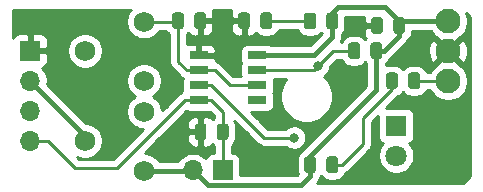
<source format=gbr>
G04 #@! TF.GenerationSoftware,KiCad,Pcbnew,5.1.5-52549c5~86~ubuntu16.04.1*
G04 #@! TF.CreationDate,2020-07-22T23:43:52+05:30*
G04 #@! TF.ProjectId,IR_Sensor_Module_555_V1.0,49525f53-656e-4736-9f72-5f4d6f64756c,rev?*
G04 #@! TF.SameCoordinates,Original*
G04 #@! TF.FileFunction,Copper,L1,Top*
G04 #@! TF.FilePolarity,Positive*
%FSLAX46Y46*%
G04 Gerber Fmt 4.6, Leading zero omitted, Abs format (unit mm)*
G04 Created by KiCad (PCBNEW 5.1.5-52549c5~86~ubuntu16.04.1) date 2020-07-22 23:43:52*
%MOMM*%
%LPD*%
G04 APERTURE LIST*
%ADD10C,1.750000*%
%ADD11O,1.700000X1.700000*%
%ADD12R,1.700000X1.700000*%
%ADD13R,1.600000X0.700000*%
%ADD14C,0.100000*%
%ADD15C,2.100000*%
%ADD16C,1.800000*%
%ADD17R,1.800000X1.800000*%
%ADD18C,0.800000*%
%ADD19C,0.254000*%
%ADD20C,0.406400*%
G04 APERTURE END LIST*
D10*
X111760000Y-114300000D03*
X106760000Y-111760000D03*
X111760000Y-109300000D03*
X111760000Y-106680000D03*
X106760000Y-104140000D03*
X111760000Y-101680000D03*
D11*
X102108000Y-111760000D03*
X102108000Y-109220000D03*
X102108000Y-106680000D03*
D12*
X102108000Y-104140000D03*
D13*
X121337000Y-104521000D03*
X121337000Y-105791000D03*
X121337000Y-107061000D03*
X121337000Y-108331000D03*
X116407000Y-104521000D03*
X116407000Y-108331000D03*
X116407000Y-105791000D03*
X116407000Y-107061000D03*
G04 #@! TA.AperFunction,SMDPad,CuDef*
D14*
G36*
X131682642Y-103441174D02*
G01*
X131706303Y-103444684D01*
X131729507Y-103450496D01*
X131752029Y-103458554D01*
X131773653Y-103468782D01*
X131794170Y-103481079D01*
X131813383Y-103495329D01*
X131831107Y-103511393D01*
X131847171Y-103529117D01*
X131861421Y-103548330D01*
X131873718Y-103568847D01*
X131883946Y-103590471D01*
X131892004Y-103612993D01*
X131897816Y-103636197D01*
X131901326Y-103659858D01*
X131902500Y-103683750D01*
X131902500Y-104596250D01*
X131901326Y-104620142D01*
X131897816Y-104643803D01*
X131892004Y-104667007D01*
X131883946Y-104689529D01*
X131873718Y-104711153D01*
X131861421Y-104731670D01*
X131847171Y-104750883D01*
X131831107Y-104768607D01*
X131813383Y-104784671D01*
X131794170Y-104798921D01*
X131773653Y-104811218D01*
X131752029Y-104821446D01*
X131729507Y-104829504D01*
X131706303Y-104835316D01*
X131682642Y-104838826D01*
X131658750Y-104840000D01*
X131171250Y-104840000D01*
X131147358Y-104838826D01*
X131123697Y-104835316D01*
X131100493Y-104829504D01*
X131077971Y-104821446D01*
X131056347Y-104811218D01*
X131035830Y-104798921D01*
X131016617Y-104784671D01*
X130998893Y-104768607D01*
X130982829Y-104750883D01*
X130968579Y-104731670D01*
X130956282Y-104711153D01*
X130946054Y-104689529D01*
X130937996Y-104667007D01*
X130932184Y-104643803D01*
X130928674Y-104620142D01*
X130927500Y-104596250D01*
X130927500Y-103683750D01*
X130928674Y-103659858D01*
X130932184Y-103636197D01*
X130937996Y-103612993D01*
X130946054Y-103590471D01*
X130956282Y-103568847D01*
X130968579Y-103548330D01*
X130982829Y-103529117D01*
X130998893Y-103511393D01*
X131016617Y-103495329D01*
X131035830Y-103481079D01*
X131056347Y-103468782D01*
X131077971Y-103458554D01*
X131100493Y-103450496D01*
X131123697Y-103444684D01*
X131147358Y-103441174D01*
X131171250Y-103440000D01*
X131658750Y-103440000D01*
X131682642Y-103441174D01*
G37*
G04 #@! TD.AperFunction*
G04 #@! TA.AperFunction,SMDPad,CuDef*
G36*
X129807642Y-103441174D02*
G01*
X129831303Y-103444684D01*
X129854507Y-103450496D01*
X129877029Y-103458554D01*
X129898653Y-103468782D01*
X129919170Y-103481079D01*
X129938383Y-103495329D01*
X129956107Y-103511393D01*
X129972171Y-103529117D01*
X129986421Y-103548330D01*
X129998718Y-103568847D01*
X130008946Y-103590471D01*
X130017004Y-103612993D01*
X130022816Y-103636197D01*
X130026326Y-103659858D01*
X130027500Y-103683750D01*
X130027500Y-104596250D01*
X130026326Y-104620142D01*
X130022816Y-104643803D01*
X130017004Y-104667007D01*
X130008946Y-104689529D01*
X129998718Y-104711153D01*
X129986421Y-104731670D01*
X129972171Y-104750883D01*
X129956107Y-104768607D01*
X129938383Y-104784671D01*
X129919170Y-104798921D01*
X129898653Y-104811218D01*
X129877029Y-104821446D01*
X129854507Y-104829504D01*
X129831303Y-104835316D01*
X129807642Y-104838826D01*
X129783750Y-104840000D01*
X129296250Y-104840000D01*
X129272358Y-104838826D01*
X129248697Y-104835316D01*
X129225493Y-104829504D01*
X129202971Y-104821446D01*
X129181347Y-104811218D01*
X129160830Y-104798921D01*
X129141617Y-104784671D01*
X129123893Y-104768607D01*
X129107829Y-104750883D01*
X129093579Y-104731670D01*
X129081282Y-104711153D01*
X129071054Y-104689529D01*
X129062996Y-104667007D01*
X129057184Y-104643803D01*
X129053674Y-104620142D01*
X129052500Y-104596250D01*
X129052500Y-103683750D01*
X129053674Y-103659858D01*
X129057184Y-103636197D01*
X129062996Y-103612993D01*
X129071054Y-103590471D01*
X129081282Y-103568847D01*
X129093579Y-103548330D01*
X129107829Y-103529117D01*
X129123893Y-103511393D01*
X129141617Y-103495329D01*
X129160830Y-103481079D01*
X129181347Y-103468782D01*
X129202971Y-103458554D01*
X129225493Y-103450496D01*
X129248697Y-103444684D01*
X129272358Y-103441174D01*
X129296250Y-103440000D01*
X129783750Y-103440000D01*
X129807642Y-103441174D01*
G37*
G04 #@! TD.AperFunction*
G04 #@! TA.AperFunction,SMDPad,CuDef*
G36*
X120488142Y-100901174D02*
G01*
X120511803Y-100904684D01*
X120535007Y-100910496D01*
X120557529Y-100918554D01*
X120579153Y-100928782D01*
X120599670Y-100941079D01*
X120618883Y-100955329D01*
X120636607Y-100971393D01*
X120652671Y-100989117D01*
X120666921Y-101008330D01*
X120679218Y-101028847D01*
X120689446Y-101050471D01*
X120697504Y-101072993D01*
X120703316Y-101096197D01*
X120706826Y-101119858D01*
X120708000Y-101143750D01*
X120708000Y-102056250D01*
X120706826Y-102080142D01*
X120703316Y-102103803D01*
X120697504Y-102127007D01*
X120689446Y-102149529D01*
X120679218Y-102171153D01*
X120666921Y-102191670D01*
X120652671Y-102210883D01*
X120636607Y-102228607D01*
X120618883Y-102244671D01*
X120599670Y-102258921D01*
X120579153Y-102271218D01*
X120557529Y-102281446D01*
X120535007Y-102289504D01*
X120511803Y-102295316D01*
X120488142Y-102298826D01*
X120464250Y-102300000D01*
X119976750Y-102300000D01*
X119952858Y-102298826D01*
X119929197Y-102295316D01*
X119905993Y-102289504D01*
X119883471Y-102281446D01*
X119861847Y-102271218D01*
X119841330Y-102258921D01*
X119822117Y-102244671D01*
X119804393Y-102228607D01*
X119788329Y-102210883D01*
X119774079Y-102191670D01*
X119761782Y-102171153D01*
X119751554Y-102149529D01*
X119743496Y-102127007D01*
X119737684Y-102103803D01*
X119734174Y-102080142D01*
X119733000Y-102056250D01*
X119733000Y-101143750D01*
X119734174Y-101119858D01*
X119737684Y-101096197D01*
X119743496Y-101072993D01*
X119751554Y-101050471D01*
X119761782Y-101028847D01*
X119774079Y-101008330D01*
X119788329Y-100989117D01*
X119804393Y-100971393D01*
X119822117Y-100955329D01*
X119841330Y-100941079D01*
X119861847Y-100928782D01*
X119883471Y-100918554D01*
X119905993Y-100910496D01*
X119929197Y-100904684D01*
X119952858Y-100901174D01*
X119976750Y-100900000D01*
X120464250Y-100900000D01*
X120488142Y-100901174D01*
G37*
G04 #@! TD.AperFunction*
G04 #@! TA.AperFunction,SMDPad,CuDef*
G36*
X122363142Y-100901174D02*
G01*
X122386803Y-100904684D01*
X122410007Y-100910496D01*
X122432529Y-100918554D01*
X122454153Y-100928782D01*
X122474670Y-100941079D01*
X122493883Y-100955329D01*
X122511607Y-100971393D01*
X122527671Y-100989117D01*
X122541921Y-101008330D01*
X122554218Y-101028847D01*
X122564446Y-101050471D01*
X122572504Y-101072993D01*
X122578316Y-101096197D01*
X122581826Y-101119858D01*
X122583000Y-101143750D01*
X122583000Y-102056250D01*
X122581826Y-102080142D01*
X122578316Y-102103803D01*
X122572504Y-102127007D01*
X122564446Y-102149529D01*
X122554218Y-102171153D01*
X122541921Y-102191670D01*
X122527671Y-102210883D01*
X122511607Y-102228607D01*
X122493883Y-102244671D01*
X122474670Y-102258921D01*
X122454153Y-102271218D01*
X122432529Y-102281446D01*
X122410007Y-102289504D01*
X122386803Y-102295316D01*
X122363142Y-102298826D01*
X122339250Y-102300000D01*
X121851750Y-102300000D01*
X121827858Y-102298826D01*
X121804197Y-102295316D01*
X121780993Y-102289504D01*
X121758471Y-102281446D01*
X121736847Y-102271218D01*
X121716330Y-102258921D01*
X121697117Y-102244671D01*
X121679393Y-102228607D01*
X121663329Y-102210883D01*
X121649079Y-102191670D01*
X121636782Y-102171153D01*
X121626554Y-102149529D01*
X121618496Y-102127007D01*
X121612684Y-102103803D01*
X121609174Y-102080142D01*
X121608000Y-102056250D01*
X121608000Y-101143750D01*
X121609174Y-101119858D01*
X121612684Y-101096197D01*
X121618496Y-101072993D01*
X121626554Y-101050471D01*
X121636782Y-101028847D01*
X121649079Y-101008330D01*
X121663329Y-100989117D01*
X121679393Y-100971393D01*
X121697117Y-100955329D01*
X121716330Y-100941079D01*
X121736847Y-100928782D01*
X121758471Y-100918554D01*
X121780993Y-100910496D01*
X121804197Y-100904684D01*
X121827858Y-100901174D01*
X121851750Y-100900000D01*
X122339250Y-100900000D01*
X122363142Y-100901174D01*
G37*
G04 #@! TD.AperFunction*
G04 #@! TA.AperFunction,SMDPad,CuDef*
G36*
X134887642Y-105981174D02*
G01*
X134911303Y-105984684D01*
X134934507Y-105990496D01*
X134957029Y-105998554D01*
X134978653Y-106008782D01*
X134999170Y-106021079D01*
X135018383Y-106035329D01*
X135036107Y-106051393D01*
X135052171Y-106069117D01*
X135066421Y-106088330D01*
X135078718Y-106108847D01*
X135088946Y-106130471D01*
X135097004Y-106152993D01*
X135102816Y-106176197D01*
X135106326Y-106199858D01*
X135107500Y-106223750D01*
X135107500Y-107136250D01*
X135106326Y-107160142D01*
X135102816Y-107183803D01*
X135097004Y-107207007D01*
X135088946Y-107229529D01*
X135078718Y-107251153D01*
X135066421Y-107271670D01*
X135052171Y-107290883D01*
X135036107Y-107308607D01*
X135018383Y-107324671D01*
X134999170Y-107338921D01*
X134978653Y-107351218D01*
X134957029Y-107361446D01*
X134934507Y-107369504D01*
X134911303Y-107375316D01*
X134887642Y-107378826D01*
X134863750Y-107380000D01*
X134376250Y-107380000D01*
X134352358Y-107378826D01*
X134328697Y-107375316D01*
X134305493Y-107369504D01*
X134282971Y-107361446D01*
X134261347Y-107351218D01*
X134240830Y-107338921D01*
X134221617Y-107324671D01*
X134203893Y-107308607D01*
X134187829Y-107290883D01*
X134173579Y-107271670D01*
X134161282Y-107251153D01*
X134151054Y-107229529D01*
X134142996Y-107207007D01*
X134137184Y-107183803D01*
X134133674Y-107160142D01*
X134132500Y-107136250D01*
X134132500Y-106223750D01*
X134133674Y-106199858D01*
X134137184Y-106176197D01*
X134142996Y-106152993D01*
X134151054Y-106130471D01*
X134161282Y-106108847D01*
X134173579Y-106088330D01*
X134187829Y-106069117D01*
X134203893Y-106051393D01*
X134221617Y-106035329D01*
X134240830Y-106021079D01*
X134261347Y-106008782D01*
X134282971Y-105998554D01*
X134305493Y-105990496D01*
X134328697Y-105984684D01*
X134352358Y-105981174D01*
X134376250Y-105980000D01*
X134863750Y-105980000D01*
X134887642Y-105981174D01*
G37*
G04 #@! TD.AperFunction*
G04 #@! TA.AperFunction,SMDPad,CuDef*
G36*
X133012642Y-105981174D02*
G01*
X133036303Y-105984684D01*
X133059507Y-105990496D01*
X133082029Y-105998554D01*
X133103653Y-106008782D01*
X133124170Y-106021079D01*
X133143383Y-106035329D01*
X133161107Y-106051393D01*
X133177171Y-106069117D01*
X133191421Y-106088330D01*
X133203718Y-106108847D01*
X133213946Y-106130471D01*
X133222004Y-106152993D01*
X133227816Y-106176197D01*
X133231326Y-106199858D01*
X133232500Y-106223750D01*
X133232500Y-107136250D01*
X133231326Y-107160142D01*
X133227816Y-107183803D01*
X133222004Y-107207007D01*
X133213946Y-107229529D01*
X133203718Y-107251153D01*
X133191421Y-107271670D01*
X133177171Y-107290883D01*
X133161107Y-107308607D01*
X133143383Y-107324671D01*
X133124170Y-107338921D01*
X133103653Y-107351218D01*
X133082029Y-107361446D01*
X133059507Y-107369504D01*
X133036303Y-107375316D01*
X133012642Y-107378826D01*
X132988750Y-107380000D01*
X132501250Y-107380000D01*
X132477358Y-107378826D01*
X132453697Y-107375316D01*
X132430493Y-107369504D01*
X132407971Y-107361446D01*
X132386347Y-107351218D01*
X132365830Y-107338921D01*
X132346617Y-107324671D01*
X132328893Y-107308607D01*
X132312829Y-107290883D01*
X132298579Y-107271670D01*
X132286282Y-107251153D01*
X132276054Y-107229529D01*
X132267996Y-107207007D01*
X132262184Y-107183803D01*
X132258674Y-107160142D01*
X132257500Y-107136250D01*
X132257500Y-106223750D01*
X132258674Y-106199858D01*
X132262184Y-106176197D01*
X132267996Y-106152993D01*
X132276054Y-106130471D01*
X132286282Y-106108847D01*
X132298579Y-106088330D01*
X132312829Y-106069117D01*
X132328893Y-106051393D01*
X132346617Y-106035329D01*
X132365830Y-106021079D01*
X132386347Y-106008782D01*
X132407971Y-105998554D01*
X132430493Y-105990496D01*
X132453697Y-105984684D01*
X132477358Y-105981174D01*
X132501250Y-105980000D01*
X132988750Y-105980000D01*
X133012642Y-105981174D01*
G37*
G04 #@! TD.AperFunction*
G04 #@! TA.AperFunction,SMDPad,CuDef*
G36*
X118685877Y-110305284D02*
G01*
X118709538Y-110308794D01*
X118732742Y-110314606D01*
X118755264Y-110322664D01*
X118776888Y-110332892D01*
X118797405Y-110345189D01*
X118816618Y-110359439D01*
X118834342Y-110375503D01*
X118850406Y-110393227D01*
X118864656Y-110412440D01*
X118876953Y-110432957D01*
X118887181Y-110454581D01*
X118895239Y-110477103D01*
X118901051Y-110500307D01*
X118904561Y-110523968D01*
X118905735Y-110547860D01*
X118905735Y-111460360D01*
X118904561Y-111484252D01*
X118901051Y-111507913D01*
X118895239Y-111531117D01*
X118887181Y-111553639D01*
X118876953Y-111575263D01*
X118864656Y-111595780D01*
X118850406Y-111614993D01*
X118834342Y-111632717D01*
X118816618Y-111648781D01*
X118797405Y-111663031D01*
X118776888Y-111675328D01*
X118755264Y-111685556D01*
X118732742Y-111693614D01*
X118709538Y-111699426D01*
X118685877Y-111702936D01*
X118661985Y-111704110D01*
X118174485Y-111704110D01*
X118150593Y-111702936D01*
X118126932Y-111699426D01*
X118103728Y-111693614D01*
X118081206Y-111685556D01*
X118059582Y-111675328D01*
X118039065Y-111663031D01*
X118019852Y-111648781D01*
X118002128Y-111632717D01*
X117986064Y-111614993D01*
X117971814Y-111595780D01*
X117959517Y-111575263D01*
X117949289Y-111553639D01*
X117941231Y-111531117D01*
X117935419Y-111507913D01*
X117931909Y-111484252D01*
X117930735Y-111460360D01*
X117930735Y-110547860D01*
X117931909Y-110523968D01*
X117935419Y-110500307D01*
X117941231Y-110477103D01*
X117949289Y-110454581D01*
X117959517Y-110432957D01*
X117971814Y-110412440D01*
X117986064Y-110393227D01*
X118002128Y-110375503D01*
X118019852Y-110359439D01*
X118039065Y-110345189D01*
X118059582Y-110332892D01*
X118081206Y-110322664D01*
X118103728Y-110314606D01*
X118126932Y-110308794D01*
X118150593Y-110305284D01*
X118174485Y-110304110D01*
X118661985Y-110304110D01*
X118685877Y-110305284D01*
G37*
G04 #@! TD.AperFunction*
G04 #@! TA.AperFunction,SMDPad,CuDef*
G36*
X116810877Y-110305284D02*
G01*
X116834538Y-110308794D01*
X116857742Y-110314606D01*
X116880264Y-110322664D01*
X116901888Y-110332892D01*
X116922405Y-110345189D01*
X116941618Y-110359439D01*
X116959342Y-110375503D01*
X116975406Y-110393227D01*
X116989656Y-110412440D01*
X117001953Y-110432957D01*
X117012181Y-110454581D01*
X117020239Y-110477103D01*
X117026051Y-110500307D01*
X117029561Y-110523968D01*
X117030735Y-110547860D01*
X117030735Y-111460360D01*
X117029561Y-111484252D01*
X117026051Y-111507913D01*
X117020239Y-111531117D01*
X117012181Y-111553639D01*
X117001953Y-111575263D01*
X116989656Y-111595780D01*
X116975406Y-111614993D01*
X116959342Y-111632717D01*
X116941618Y-111648781D01*
X116922405Y-111663031D01*
X116901888Y-111675328D01*
X116880264Y-111685556D01*
X116857742Y-111693614D01*
X116834538Y-111699426D01*
X116810877Y-111702936D01*
X116786985Y-111704110D01*
X116299485Y-111704110D01*
X116275593Y-111702936D01*
X116251932Y-111699426D01*
X116228728Y-111693614D01*
X116206206Y-111685556D01*
X116184582Y-111675328D01*
X116164065Y-111663031D01*
X116144852Y-111648781D01*
X116127128Y-111632717D01*
X116111064Y-111614993D01*
X116096814Y-111595780D01*
X116084517Y-111575263D01*
X116074289Y-111553639D01*
X116066231Y-111531117D01*
X116060419Y-111507913D01*
X116056909Y-111484252D01*
X116055735Y-111460360D01*
X116055735Y-110547860D01*
X116056909Y-110523968D01*
X116060419Y-110500307D01*
X116066231Y-110477103D01*
X116074289Y-110454581D01*
X116084517Y-110432957D01*
X116096814Y-110412440D01*
X116111064Y-110393227D01*
X116127128Y-110375503D01*
X116144852Y-110359439D01*
X116164065Y-110345189D01*
X116184582Y-110332892D01*
X116206206Y-110322664D01*
X116228728Y-110314606D01*
X116251932Y-110308794D01*
X116275593Y-110305284D01*
X116299485Y-110304110D01*
X116786985Y-110304110D01*
X116810877Y-110305284D01*
G37*
G04 #@! TD.AperFunction*
D11*
X115892005Y-114258717D03*
D12*
X118432005Y-114258717D03*
D15*
X137499406Y-101640003D03*
X137499406Y-104180003D03*
X137499406Y-106720003D03*
G04 #@! TA.AperFunction,SMDPad,CuDef*
D14*
G36*
X127951142Y-100908054D02*
G01*
X127974803Y-100911564D01*
X127998007Y-100917376D01*
X128020529Y-100925434D01*
X128042153Y-100935662D01*
X128062670Y-100947959D01*
X128081883Y-100962209D01*
X128099607Y-100978273D01*
X128115671Y-100995997D01*
X128129921Y-101015210D01*
X128142218Y-101035727D01*
X128152446Y-101057351D01*
X128160504Y-101079873D01*
X128166316Y-101103077D01*
X128169826Y-101126738D01*
X128171000Y-101150630D01*
X128171000Y-102063130D01*
X128169826Y-102087022D01*
X128166316Y-102110683D01*
X128160504Y-102133887D01*
X128152446Y-102156409D01*
X128142218Y-102178033D01*
X128129921Y-102198550D01*
X128115671Y-102217763D01*
X128099607Y-102235487D01*
X128081883Y-102251551D01*
X128062670Y-102265801D01*
X128042153Y-102278098D01*
X128020529Y-102288326D01*
X127998007Y-102296384D01*
X127974803Y-102302196D01*
X127951142Y-102305706D01*
X127927250Y-102306880D01*
X127439750Y-102306880D01*
X127415858Y-102305706D01*
X127392197Y-102302196D01*
X127368993Y-102296384D01*
X127346471Y-102288326D01*
X127324847Y-102278098D01*
X127304330Y-102265801D01*
X127285117Y-102251551D01*
X127267393Y-102235487D01*
X127251329Y-102217763D01*
X127237079Y-102198550D01*
X127224782Y-102178033D01*
X127214554Y-102156409D01*
X127206496Y-102133887D01*
X127200684Y-102110683D01*
X127197174Y-102087022D01*
X127196000Y-102063130D01*
X127196000Y-101150630D01*
X127197174Y-101126738D01*
X127200684Y-101103077D01*
X127206496Y-101079873D01*
X127214554Y-101057351D01*
X127224782Y-101035727D01*
X127237079Y-101015210D01*
X127251329Y-100995997D01*
X127267393Y-100978273D01*
X127285117Y-100962209D01*
X127304330Y-100947959D01*
X127324847Y-100935662D01*
X127346471Y-100925434D01*
X127368993Y-100917376D01*
X127392197Y-100911564D01*
X127415858Y-100908054D01*
X127439750Y-100906880D01*
X127927250Y-100906880D01*
X127951142Y-100908054D01*
G37*
G04 #@! TD.AperFunction*
G04 #@! TA.AperFunction,SMDPad,CuDef*
G36*
X126076142Y-100908054D02*
G01*
X126099803Y-100911564D01*
X126123007Y-100917376D01*
X126145529Y-100925434D01*
X126167153Y-100935662D01*
X126187670Y-100947959D01*
X126206883Y-100962209D01*
X126224607Y-100978273D01*
X126240671Y-100995997D01*
X126254921Y-101015210D01*
X126267218Y-101035727D01*
X126277446Y-101057351D01*
X126285504Y-101079873D01*
X126291316Y-101103077D01*
X126294826Y-101126738D01*
X126296000Y-101150630D01*
X126296000Y-102063130D01*
X126294826Y-102087022D01*
X126291316Y-102110683D01*
X126285504Y-102133887D01*
X126277446Y-102156409D01*
X126267218Y-102178033D01*
X126254921Y-102198550D01*
X126240671Y-102217763D01*
X126224607Y-102235487D01*
X126206883Y-102251551D01*
X126187670Y-102265801D01*
X126167153Y-102278098D01*
X126145529Y-102288326D01*
X126123007Y-102296384D01*
X126099803Y-102302196D01*
X126076142Y-102305706D01*
X126052250Y-102306880D01*
X125564750Y-102306880D01*
X125540858Y-102305706D01*
X125517197Y-102302196D01*
X125493993Y-102296384D01*
X125471471Y-102288326D01*
X125449847Y-102278098D01*
X125429330Y-102265801D01*
X125410117Y-102251551D01*
X125392393Y-102235487D01*
X125376329Y-102217763D01*
X125362079Y-102198550D01*
X125349782Y-102178033D01*
X125339554Y-102156409D01*
X125331496Y-102133887D01*
X125325684Y-102110683D01*
X125322174Y-102087022D01*
X125321000Y-102063130D01*
X125321000Y-101150630D01*
X125322174Y-101126738D01*
X125325684Y-101103077D01*
X125331496Y-101079873D01*
X125339554Y-101057351D01*
X125349782Y-101035727D01*
X125362079Y-101015210D01*
X125376329Y-100995997D01*
X125392393Y-100978273D01*
X125410117Y-100962209D01*
X125429330Y-100947959D01*
X125449847Y-100935662D01*
X125471471Y-100925434D01*
X125493993Y-100917376D01*
X125517197Y-100911564D01*
X125540858Y-100908054D01*
X125564750Y-100906880D01*
X126052250Y-100906880D01*
X126076142Y-100908054D01*
G37*
G04 #@! TD.AperFunction*
G04 #@! TA.AperFunction,SMDPad,CuDef*
G36*
X126076142Y-113093174D02*
G01*
X126099803Y-113096684D01*
X126123007Y-113102496D01*
X126145529Y-113110554D01*
X126167153Y-113120782D01*
X126187670Y-113133079D01*
X126206883Y-113147329D01*
X126224607Y-113163393D01*
X126240671Y-113181117D01*
X126254921Y-113200330D01*
X126267218Y-113220847D01*
X126277446Y-113242471D01*
X126285504Y-113264993D01*
X126291316Y-113288197D01*
X126294826Y-113311858D01*
X126296000Y-113335750D01*
X126296000Y-114248250D01*
X126294826Y-114272142D01*
X126291316Y-114295803D01*
X126285504Y-114319007D01*
X126277446Y-114341529D01*
X126267218Y-114363153D01*
X126254921Y-114383670D01*
X126240671Y-114402883D01*
X126224607Y-114420607D01*
X126206883Y-114436671D01*
X126187670Y-114450921D01*
X126167153Y-114463218D01*
X126145529Y-114473446D01*
X126123007Y-114481504D01*
X126099803Y-114487316D01*
X126076142Y-114490826D01*
X126052250Y-114492000D01*
X125564750Y-114492000D01*
X125540858Y-114490826D01*
X125517197Y-114487316D01*
X125493993Y-114481504D01*
X125471471Y-114473446D01*
X125449847Y-114463218D01*
X125429330Y-114450921D01*
X125410117Y-114436671D01*
X125392393Y-114420607D01*
X125376329Y-114402883D01*
X125362079Y-114383670D01*
X125349782Y-114363153D01*
X125339554Y-114341529D01*
X125331496Y-114319007D01*
X125325684Y-114295803D01*
X125322174Y-114272142D01*
X125321000Y-114248250D01*
X125321000Y-113335750D01*
X125322174Y-113311858D01*
X125325684Y-113288197D01*
X125331496Y-113264993D01*
X125339554Y-113242471D01*
X125349782Y-113220847D01*
X125362079Y-113200330D01*
X125376329Y-113181117D01*
X125392393Y-113163393D01*
X125410117Y-113147329D01*
X125429330Y-113133079D01*
X125449847Y-113120782D01*
X125471471Y-113110554D01*
X125493993Y-113102496D01*
X125517197Y-113096684D01*
X125540858Y-113093174D01*
X125564750Y-113092000D01*
X126052250Y-113092000D01*
X126076142Y-113093174D01*
G37*
G04 #@! TD.AperFunction*
G04 #@! TA.AperFunction,SMDPad,CuDef*
G36*
X127951142Y-113093174D02*
G01*
X127974803Y-113096684D01*
X127998007Y-113102496D01*
X128020529Y-113110554D01*
X128042153Y-113120782D01*
X128062670Y-113133079D01*
X128081883Y-113147329D01*
X128099607Y-113163393D01*
X128115671Y-113181117D01*
X128129921Y-113200330D01*
X128142218Y-113220847D01*
X128152446Y-113242471D01*
X128160504Y-113264993D01*
X128166316Y-113288197D01*
X128169826Y-113311858D01*
X128171000Y-113335750D01*
X128171000Y-114248250D01*
X128169826Y-114272142D01*
X128166316Y-114295803D01*
X128160504Y-114319007D01*
X128152446Y-114341529D01*
X128142218Y-114363153D01*
X128129921Y-114383670D01*
X128115671Y-114402883D01*
X128099607Y-114420607D01*
X128081883Y-114436671D01*
X128062670Y-114450921D01*
X128042153Y-114463218D01*
X128020529Y-114473446D01*
X127998007Y-114481504D01*
X127974803Y-114487316D01*
X127951142Y-114490826D01*
X127927250Y-114492000D01*
X127439750Y-114492000D01*
X127415858Y-114490826D01*
X127392197Y-114487316D01*
X127368993Y-114481504D01*
X127346471Y-114473446D01*
X127324847Y-114463218D01*
X127304330Y-114450921D01*
X127285117Y-114436671D01*
X127267393Y-114420607D01*
X127251329Y-114402883D01*
X127237079Y-114383670D01*
X127224782Y-114363153D01*
X127214554Y-114341529D01*
X127206496Y-114319007D01*
X127200684Y-114295803D01*
X127197174Y-114272142D01*
X127196000Y-114248250D01*
X127196000Y-113335750D01*
X127197174Y-113311858D01*
X127200684Y-113288197D01*
X127206496Y-113264993D01*
X127214554Y-113242471D01*
X127224782Y-113220847D01*
X127237079Y-113200330D01*
X127251329Y-113181117D01*
X127267393Y-113163393D01*
X127285117Y-113147329D01*
X127304330Y-113133079D01*
X127324847Y-113120782D01*
X127346471Y-113110554D01*
X127368993Y-113102496D01*
X127392197Y-113096684D01*
X127415858Y-113093174D01*
X127439750Y-113092000D01*
X127927250Y-113092000D01*
X127951142Y-113093174D01*
G37*
G04 #@! TD.AperFunction*
D16*
X133096000Y-113030000D03*
D17*
X133096000Y-110490000D03*
G04 #@! TA.AperFunction,SMDPad,CuDef*
D14*
G36*
X131750898Y-101296340D02*
G01*
X131774559Y-101299850D01*
X131797763Y-101305662D01*
X131820285Y-101313720D01*
X131841909Y-101323948D01*
X131862426Y-101336245D01*
X131881639Y-101350495D01*
X131899363Y-101366559D01*
X131915427Y-101384283D01*
X131929677Y-101403496D01*
X131941974Y-101424013D01*
X131952202Y-101445637D01*
X131960260Y-101468159D01*
X131966072Y-101491363D01*
X131969582Y-101515024D01*
X131970756Y-101538916D01*
X131970756Y-102451416D01*
X131969582Y-102475308D01*
X131966072Y-102498969D01*
X131960260Y-102522173D01*
X131952202Y-102544695D01*
X131941974Y-102566319D01*
X131929677Y-102586836D01*
X131915427Y-102606049D01*
X131899363Y-102623773D01*
X131881639Y-102639837D01*
X131862426Y-102654087D01*
X131841909Y-102666384D01*
X131820285Y-102676612D01*
X131797763Y-102684670D01*
X131774559Y-102690482D01*
X131750898Y-102693992D01*
X131727006Y-102695166D01*
X131239506Y-102695166D01*
X131215614Y-102693992D01*
X131191953Y-102690482D01*
X131168749Y-102684670D01*
X131146227Y-102676612D01*
X131124603Y-102666384D01*
X131104086Y-102654087D01*
X131084873Y-102639837D01*
X131067149Y-102623773D01*
X131051085Y-102606049D01*
X131036835Y-102586836D01*
X131024538Y-102566319D01*
X131014310Y-102544695D01*
X131006252Y-102522173D01*
X131000440Y-102498969D01*
X130996930Y-102475308D01*
X130995756Y-102451416D01*
X130995756Y-101538916D01*
X130996930Y-101515024D01*
X131000440Y-101491363D01*
X131006252Y-101468159D01*
X131014310Y-101445637D01*
X131024538Y-101424013D01*
X131036835Y-101403496D01*
X131051085Y-101384283D01*
X131067149Y-101366559D01*
X131084873Y-101350495D01*
X131104086Y-101336245D01*
X131124603Y-101323948D01*
X131146227Y-101313720D01*
X131168749Y-101305662D01*
X131191953Y-101299850D01*
X131215614Y-101296340D01*
X131239506Y-101295166D01*
X131727006Y-101295166D01*
X131750898Y-101296340D01*
G37*
G04 #@! TD.AperFunction*
G04 #@! TA.AperFunction,SMDPad,CuDef*
G36*
X133625898Y-101296340D02*
G01*
X133649559Y-101299850D01*
X133672763Y-101305662D01*
X133695285Y-101313720D01*
X133716909Y-101323948D01*
X133737426Y-101336245D01*
X133756639Y-101350495D01*
X133774363Y-101366559D01*
X133790427Y-101384283D01*
X133804677Y-101403496D01*
X133816974Y-101424013D01*
X133827202Y-101445637D01*
X133835260Y-101468159D01*
X133841072Y-101491363D01*
X133844582Y-101515024D01*
X133845756Y-101538916D01*
X133845756Y-102451416D01*
X133844582Y-102475308D01*
X133841072Y-102498969D01*
X133835260Y-102522173D01*
X133827202Y-102544695D01*
X133816974Y-102566319D01*
X133804677Y-102586836D01*
X133790427Y-102606049D01*
X133774363Y-102623773D01*
X133756639Y-102639837D01*
X133737426Y-102654087D01*
X133716909Y-102666384D01*
X133695285Y-102676612D01*
X133672763Y-102684670D01*
X133649559Y-102690482D01*
X133625898Y-102693992D01*
X133602006Y-102695166D01*
X133114506Y-102695166D01*
X133090614Y-102693992D01*
X133066953Y-102690482D01*
X133043749Y-102684670D01*
X133021227Y-102676612D01*
X132999603Y-102666384D01*
X132979086Y-102654087D01*
X132959873Y-102639837D01*
X132942149Y-102623773D01*
X132926085Y-102606049D01*
X132911835Y-102586836D01*
X132899538Y-102566319D01*
X132889310Y-102544695D01*
X132881252Y-102522173D01*
X132875440Y-102498969D01*
X132871930Y-102475308D01*
X132870756Y-102451416D01*
X132870756Y-101538916D01*
X132871930Y-101515024D01*
X132875440Y-101491363D01*
X132881252Y-101468159D01*
X132889310Y-101445637D01*
X132899538Y-101424013D01*
X132911835Y-101403496D01*
X132926085Y-101384283D01*
X132942149Y-101366559D01*
X132959873Y-101350495D01*
X132979086Y-101336245D01*
X132999603Y-101323948D01*
X133021227Y-101313720D01*
X133043749Y-101305662D01*
X133066953Y-101299850D01*
X133090614Y-101296340D01*
X133114506Y-101295166D01*
X133602006Y-101295166D01*
X133625898Y-101296340D01*
G37*
G04 #@! TD.AperFunction*
G04 #@! TA.AperFunction,SMDPad,CuDef*
G36*
X116775142Y-100901174D02*
G01*
X116798803Y-100904684D01*
X116822007Y-100910496D01*
X116844529Y-100918554D01*
X116866153Y-100928782D01*
X116886670Y-100941079D01*
X116905883Y-100955329D01*
X116923607Y-100971393D01*
X116939671Y-100989117D01*
X116953921Y-101008330D01*
X116966218Y-101028847D01*
X116976446Y-101050471D01*
X116984504Y-101072993D01*
X116990316Y-101096197D01*
X116993826Y-101119858D01*
X116995000Y-101143750D01*
X116995000Y-102056250D01*
X116993826Y-102080142D01*
X116990316Y-102103803D01*
X116984504Y-102127007D01*
X116976446Y-102149529D01*
X116966218Y-102171153D01*
X116953921Y-102191670D01*
X116939671Y-102210883D01*
X116923607Y-102228607D01*
X116905883Y-102244671D01*
X116886670Y-102258921D01*
X116866153Y-102271218D01*
X116844529Y-102281446D01*
X116822007Y-102289504D01*
X116798803Y-102295316D01*
X116775142Y-102298826D01*
X116751250Y-102300000D01*
X116263750Y-102300000D01*
X116239858Y-102298826D01*
X116216197Y-102295316D01*
X116192993Y-102289504D01*
X116170471Y-102281446D01*
X116148847Y-102271218D01*
X116128330Y-102258921D01*
X116109117Y-102244671D01*
X116091393Y-102228607D01*
X116075329Y-102210883D01*
X116061079Y-102191670D01*
X116048782Y-102171153D01*
X116038554Y-102149529D01*
X116030496Y-102127007D01*
X116024684Y-102103803D01*
X116021174Y-102080142D01*
X116020000Y-102056250D01*
X116020000Y-101143750D01*
X116021174Y-101119858D01*
X116024684Y-101096197D01*
X116030496Y-101072993D01*
X116038554Y-101050471D01*
X116048782Y-101028847D01*
X116061079Y-101008330D01*
X116075329Y-100989117D01*
X116091393Y-100971393D01*
X116109117Y-100955329D01*
X116128330Y-100941079D01*
X116148847Y-100928782D01*
X116170471Y-100918554D01*
X116192993Y-100910496D01*
X116216197Y-100904684D01*
X116239858Y-100901174D01*
X116263750Y-100900000D01*
X116751250Y-100900000D01*
X116775142Y-100901174D01*
G37*
G04 #@! TD.AperFunction*
G04 #@! TA.AperFunction,SMDPad,CuDef*
G36*
X114900142Y-100901174D02*
G01*
X114923803Y-100904684D01*
X114947007Y-100910496D01*
X114969529Y-100918554D01*
X114991153Y-100928782D01*
X115011670Y-100941079D01*
X115030883Y-100955329D01*
X115048607Y-100971393D01*
X115064671Y-100989117D01*
X115078921Y-101008330D01*
X115091218Y-101028847D01*
X115101446Y-101050471D01*
X115109504Y-101072993D01*
X115115316Y-101096197D01*
X115118826Y-101119858D01*
X115120000Y-101143750D01*
X115120000Y-102056250D01*
X115118826Y-102080142D01*
X115115316Y-102103803D01*
X115109504Y-102127007D01*
X115101446Y-102149529D01*
X115091218Y-102171153D01*
X115078921Y-102191670D01*
X115064671Y-102210883D01*
X115048607Y-102228607D01*
X115030883Y-102244671D01*
X115011670Y-102258921D01*
X114991153Y-102271218D01*
X114969529Y-102281446D01*
X114947007Y-102289504D01*
X114923803Y-102295316D01*
X114900142Y-102298826D01*
X114876250Y-102300000D01*
X114388750Y-102300000D01*
X114364858Y-102298826D01*
X114341197Y-102295316D01*
X114317993Y-102289504D01*
X114295471Y-102281446D01*
X114273847Y-102271218D01*
X114253330Y-102258921D01*
X114234117Y-102244671D01*
X114216393Y-102228607D01*
X114200329Y-102210883D01*
X114186079Y-102191670D01*
X114173782Y-102171153D01*
X114163554Y-102149529D01*
X114155496Y-102127007D01*
X114149684Y-102103803D01*
X114146174Y-102080142D01*
X114145000Y-102056250D01*
X114145000Y-101143750D01*
X114146174Y-101119858D01*
X114149684Y-101096197D01*
X114155496Y-101072993D01*
X114163554Y-101050471D01*
X114173782Y-101028847D01*
X114186079Y-101008330D01*
X114200329Y-100989117D01*
X114216393Y-100971393D01*
X114234117Y-100955329D01*
X114253330Y-100941079D01*
X114273847Y-100928782D01*
X114295471Y-100918554D01*
X114317993Y-100910496D01*
X114341197Y-100904684D01*
X114364858Y-100901174D01*
X114388750Y-100900000D01*
X114876250Y-100900000D01*
X114900142Y-100901174D01*
G37*
G04 #@! TD.AperFunction*
D18*
X130048000Y-101600000D03*
X113538000Y-108712000D03*
X128270000Y-105410000D03*
X118618000Y-101600000D03*
X115062000Y-110236000D03*
X124460000Y-111506000D03*
X126492000Y-105410000D03*
D19*
X114632500Y-104472500D02*
X114632500Y-101600000D01*
X114632500Y-105070500D02*
X114632500Y-104472500D01*
X115353000Y-105791000D02*
X114632500Y-105070500D01*
X116407000Y-105791000D02*
X115353000Y-105791000D01*
X114552500Y-101680000D02*
X114632500Y-101600000D01*
X111760000Y-101680000D02*
X114552500Y-101680000D01*
X116407000Y-105791000D02*
X117729000Y-105791000D01*
X118999000Y-107061000D02*
X121337000Y-107061000D01*
X117729000Y-105791000D02*
X118999000Y-107061000D01*
D20*
X131415000Y-105325170D02*
X131415000Y-104140000D01*
X133358256Y-101995166D02*
X133358256Y-101608256D01*
X133358256Y-101608256D02*
X132178210Y-100428210D01*
X133713419Y-101640003D02*
X133358256Y-101995166D01*
X137499406Y-101640003D02*
X133713419Y-101640003D01*
X133358256Y-102861744D02*
X133358256Y-101995166D01*
X131415000Y-104140000D02*
X132080000Y-104140000D01*
X132080000Y-104140000D02*
X133358256Y-102861744D01*
D19*
X116001699Y-113770982D02*
X115986304Y-113786377D01*
D20*
X115850722Y-114300000D02*
X115892005Y-114258717D01*
X111760000Y-114300000D02*
X115850722Y-114300000D01*
X115892005Y-114258717D02*
X117145206Y-115511918D01*
X117145206Y-115511918D02*
X125026082Y-115511918D01*
X125808500Y-114729500D02*
X125808500Y-113792000D01*
X125026082Y-115511918D02*
X125808500Y-114729500D01*
X131415000Y-107485500D02*
X131415000Y-105325170D01*
X125808500Y-113092000D02*
X131415000Y-107485500D01*
X125808500Y-113792000D02*
X125808500Y-113092000D01*
X106760000Y-111332000D02*
X106760000Y-111760000D01*
X102108000Y-106680000D02*
X106760000Y-111332000D01*
X127683500Y-102948500D02*
X127683500Y-101606880D01*
X121337000Y-104521000D02*
X126111000Y-104521000D01*
X126111000Y-104521000D02*
X127683500Y-102948500D01*
X127683500Y-100906880D02*
X128162170Y-100428210D01*
X127683500Y-101606880D02*
X127683500Y-100906880D01*
X128162170Y-100428210D02*
X132178210Y-100428210D01*
D19*
X117461000Y-107061000D02*
X120890000Y-110490000D01*
X116407000Y-107061000D02*
X117461000Y-107061000D01*
X120890000Y-110490000D02*
X120904000Y-110490000D01*
X121920000Y-111506000D02*
X124460000Y-111506000D01*
X120904000Y-110490000D02*
X121920000Y-111506000D01*
X118442500Y-114248222D02*
X118432005Y-114258717D01*
X117461000Y-108331000D02*
X118418235Y-109288235D01*
X118418235Y-110304110D02*
X118418235Y-111004110D01*
X118418235Y-109288235D02*
X118418235Y-110304110D01*
X116407000Y-108331000D02*
X117461000Y-108331000D01*
X118418235Y-114244947D02*
X118432005Y-114258717D01*
X118418235Y-111004110D02*
X118418235Y-114244947D01*
X115189000Y-108331000D02*
X115353000Y-108331000D01*
X105918000Y-114046000D02*
X109474000Y-114046000D01*
X109474000Y-114046000D02*
X115189000Y-108331000D01*
X102108000Y-111760000D02*
X103632000Y-111760000D01*
X115353000Y-108331000D02*
X116407000Y-108331000D01*
X103632000Y-111760000D02*
X105918000Y-114046000D01*
X134660003Y-106720003D02*
X134620000Y-106680000D01*
X137499406Y-106720003D02*
X134660003Y-106720003D01*
X127762000Y-104140000D02*
X126492000Y-105410000D01*
X129540000Y-104140000D02*
X127762000Y-104140000D01*
X126111000Y-105791000D02*
X126492000Y-105410000D01*
X121337000Y-105791000D02*
X126111000Y-105791000D01*
X125801620Y-101600000D02*
X125808500Y-101606880D01*
X122095500Y-101600000D02*
X125801620Y-101600000D01*
D20*
X127624796Y-113786377D02*
X127664999Y-113746174D01*
D19*
X127683500Y-113792000D02*
X128524000Y-113792000D01*
X128524000Y-113792000D02*
X130302000Y-112014000D01*
X130302000Y-109823000D02*
X130302000Y-112014000D01*
X132745000Y-107380000D02*
X130302000Y-109823000D01*
X132745000Y-106680000D02*
X132745000Y-107380000D01*
G36*
X139340000Y-101273381D02*
G01*
X139340001Y-114726618D01*
X138726620Y-115340000D01*
X126385864Y-115340000D01*
X126404064Y-115325064D01*
X126455353Y-115262569D01*
X126508809Y-115197432D01*
X126546952Y-115126071D01*
X126586642Y-115051817D01*
X126629803Y-114909534D01*
X126675792Y-114871792D01*
X126746000Y-114786244D01*
X126816208Y-114871792D01*
X126949836Y-114981458D01*
X127102291Y-115062947D01*
X127267715Y-115113128D01*
X127439750Y-115130072D01*
X127927250Y-115130072D01*
X128099285Y-115113128D01*
X128264709Y-115062947D01*
X128417164Y-114981458D01*
X128550792Y-114871792D01*
X128660458Y-114738164D01*
X128741947Y-114585709D01*
X128763174Y-114515735D01*
X128817015Y-114499402D01*
X128949392Y-114428645D01*
X129065422Y-114333422D01*
X129089284Y-114304346D01*
X130814346Y-112579284D01*
X130843422Y-112555422D01*
X130915658Y-112467402D01*
X130938645Y-112439393D01*
X130997158Y-112329922D01*
X131009402Y-112307015D01*
X131052974Y-112163378D01*
X131064000Y-112051426D01*
X131064000Y-112051423D01*
X131067686Y-112014000D01*
X131064000Y-111976577D01*
X131064000Y-110138630D01*
X131557928Y-109644702D01*
X131557928Y-111390000D01*
X131570188Y-111514482D01*
X131606498Y-111634180D01*
X131665463Y-111744494D01*
X131744815Y-111841185D01*
X131841506Y-111920537D01*
X131951820Y-111979502D01*
X131970127Y-111985056D01*
X131903688Y-112051495D01*
X131735701Y-112302905D01*
X131619989Y-112582257D01*
X131561000Y-112878816D01*
X131561000Y-113181184D01*
X131619989Y-113477743D01*
X131735701Y-113757095D01*
X131903688Y-114008505D01*
X132117495Y-114222312D01*
X132368905Y-114390299D01*
X132648257Y-114506011D01*
X132944816Y-114565000D01*
X133247184Y-114565000D01*
X133543743Y-114506011D01*
X133823095Y-114390299D01*
X134074505Y-114222312D01*
X134288312Y-114008505D01*
X134456299Y-113757095D01*
X134572011Y-113477743D01*
X134631000Y-113181184D01*
X134631000Y-112878816D01*
X134572011Y-112582257D01*
X134456299Y-112302905D01*
X134288312Y-112051495D01*
X134221873Y-111985056D01*
X134240180Y-111979502D01*
X134350494Y-111920537D01*
X134447185Y-111841185D01*
X134526537Y-111744494D01*
X134585502Y-111634180D01*
X134621812Y-111514482D01*
X134634072Y-111390000D01*
X134634072Y-109590000D01*
X134621812Y-109465518D01*
X134585502Y-109345820D01*
X134526537Y-109235506D01*
X134447185Y-109138815D01*
X134350494Y-109059463D01*
X134240180Y-109000498D01*
X134120482Y-108964188D01*
X133996000Y-108951928D01*
X132250702Y-108951928D01*
X133219232Y-107983398D01*
X133326209Y-107950947D01*
X133478664Y-107869458D01*
X133612292Y-107759792D01*
X133682500Y-107674244D01*
X133752708Y-107759792D01*
X133886336Y-107869458D01*
X134038791Y-107950947D01*
X134204215Y-108001128D01*
X134376250Y-108018072D01*
X134863750Y-108018072D01*
X135035785Y-108001128D01*
X135201209Y-107950947D01*
X135353664Y-107869458D01*
X135487292Y-107759792D01*
X135596958Y-107626164D01*
X135674014Y-107482003D01*
X135991206Y-107482003D01*
X136006178Y-107518150D01*
X136190581Y-107794128D01*
X136425281Y-108028828D01*
X136701259Y-108213231D01*
X137007910Y-108340249D01*
X137333448Y-108405003D01*
X137665364Y-108405003D01*
X137990902Y-108340249D01*
X138297553Y-108213231D01*
X138573531Y-108028828D01*
X138808231Y-107794128D01*
X138992634Y-107518150D01*
X139119652Y-107211499D01*
X139184406Y-106885961D01*
X139184406Y-106554045D01*
X139119652Y-106228507D01*
X138992634Y-105921856D01*
X138808231Y-105645878D01*
X138573531Y-105411178D01*
X138489397Y-105354961D01*
X138490867Y-105351069D01*
X137499406Y-104359608D01*
X136507945Y-105351069D01*
X136509415Y-105354961D01*
X136425281Y-105411178D01*
X136190581Y-105645878D01*
X136006178Y-105921856D01*
X135991206Y-105958003D01*
X135700201Y-105958003D01*
X135678447Y-105886291D01*
X135596958Y-105733836D01*
X135487292Y-105600208D01*
X135353664Y-105490542D01*
X135201209Y-105409053D01*
X135035785Y-105358872D01*
X134863750Y-105341928D01*
X134376250Y-105341928D01*
X134204215Y-105358872D01*
X134038791Y-105409053D01*
X133886336Y-105490542D01*
X133752708Y-105600208D01*
X133682500Y-105685756D01*
X133612292Y-105600208D01*
X133478664Y-105490542D01*
X133326209Y-105409053D01*
X133160785Y-105358872D01*
X132988750Y-105341928D01*
X132501250Y-105341928D01*
X132329215Y-105358872D01*
X132253200Y-105381931D01*
X132253200Y-105243667D01*
X132282292Y-105219792D01*
X132391958Y-105086164D01*
X132473447Y-104933709D01*
X132492848Y-104869752D01*
X132547932Y-104840309D01*
X132675564Y-104735564D01*
X132701811Y-104703582D01*
X133164773Y-104240620D01*
X135807340Y-104240620D01*
X135851678Y-104569560D01*
X135959337Y-104883530D01*
X136058827Y-105069664D01*
X136328340Y-105171464D01*
X137319801Y-104180003D01*
X137679011Y-104180003D01*
X138670472Y-105171464D01*
X138939985Y-105069664D01*
X139085869Y-104771526D01*
X139170786Y-104450657D01*
X139191472Y-104119386D01*
X139147134Y-103790446D01*
X139039475Y-103476476D01*
X138939985Y-103290342D01*
X138670472Y-103188542D01*
X137679011Y-104180003D01*
X137319801Y-104180003D01*
X136328340Y-103188542D01*
X136058827Y-103290342D01*
X135912943Y-103588480D01*
X135828026Y-103909349D01*
X135807340Y-104240620D01*
X133164773Y-104240620D01*
X133921845Y-103483549D01*
X133953820Y-103457308D01*
X134018907Y-103378000D01*
X134058565Y-103329676D01*
X134136398Y-103184061D01*
X134150914Y-103136209D01*
X134225548Y-103074958D01*
X134335214Y-102941330D01*
X134416703Y-102788875D01*
X134466884Y-102623451D01*
X134481190Y-102478203D01*
X136032941Y-102478203D01*
X136190581Y-102714128D01*
X136425281Y-102948828D01*
X136509415Y-103005045D01*
X136507945Y-103008937D01*
X137499406Y-104000398D01*
X138490867Y-103008937D01*
X138489397Y-103005045D01*
X138573531Y-102948828D01*
X138808231Y-102714128D01*
X138992634Y-102438150D01*
X139119652Y-102131499D01*
X139184406Y-101805961D01*
X139184406Y-101474045D01*
X139119652Y-101148507D01*
X139052142Y-100985523D01*
X139340000Y-101273381D01*
G37*
X139340000Y-101273381D02*
X139340001Y-114726618D01*
X138726620Y-115340000D01*
X126385864Y-115340000D01*
X126404064Y-115325064D01*
X126455353Y-115262569D01*
X126508809Y-115197432D01*
X126546952Y-115126071D01*
X126586642Y-115051817D01*
X126629803Y-114909534D01*
X126675792Y-114871792D01*
X126746000Y-114786244D01*
X126816208Y-114871792D01*
X126949836Y-114981458D01*
X127102291Y-115062947D01*
X127267715Y-115113128D01*
X127439750Y-115130072D01*
X127927250Y-115130072D01*
X128099285Y-115113128D01*
X128264709Y-115062947D01*
X128417164Y-114981458D01*
X128550792Y-114871792D01*
X128660458Y-114738164D01*
X128741947Y-114585709D01*
X128763174Y-114515735D01*
X128817015Y-114499402D01*
X128949392Y-114428645D01*
X129065422Y-114333422D01*
X129089284Y-114304346D01*
X130814346Y-112579284D01*
X130843422Y-112555422D01*
X130915658Y-112467402D01*
X130938645Y-112439393D01*
X130997158Y-112329922D01*
X131009402Y-112307015D01*
X131052974Y-112163378D01*
X131064000Y-112051426D01*
X131064000Y-112051423D01*
X131067686Y-112014000D01*
X131064000Y-111976577D01*
X131064000Y-110138630D01*
X131557928Y-109644702D01*
X131557928Y-111390000D01*
X131570188Y-111514482D01*
X131606498Y-111634180D01*
X131665463Y-111744494D01*
X131744815Y-111841185D01*
X131841506Y-111920537D01*
X131951820Y-111979502D01*
X131970127Y-111985056D01*
X131903688Y-112051495D01*
X131735701Y-112302905D01*
X131619989Y-112582257D01*
X131561000Y-112878816D01*
X131561000Y-113181184D01*
X131619989Y-113477743D01*
X131735701Y-113757095D01*
X131903688Y-114008505D01*
X132117495Y-114222312D01*
X132368905Y-114390299D01*
X132648257Y-114506011D01*
X132944816Y-114565000D01*
X133247184Y-114565000D01*
X133543743Y-114506011D01*
X133823095Y-114390299D01*
X134074505Y-114222312D01*
X134288312Y-114008505D01*
X134456299Y-113757095D01*
X134572011Y-113477743D01*
X134631000Y-113181184D01*
X134631000Y-112878816D01*
X134572011Y-112582257D01*
X134456299Y-112302905D01*
X134288312Y-112051495D01*
X134221873Y-111985056D01*
X134240180Y-111979502D01*
X134350494Y-111920537D01*
X134447185Y-111841185D01*
X134526537Y-111744494D01*
X134585502Y-111634180D01*
X134621812Y-111514482D01*
X134634072Y-111390000D01*
X134634072Y-109590000D01*
X134621812Y-109465518D01*
X134585502Y-109345820D01*
X134526537Y-109235506D01*
X134447185Y-109138815D01*
X134350494Y-109059463D01*
X134240180Y-109000498D01*
X134120482Y-108964188D01*
X133996000Y-108951928D01*
X132250702Y-108951928D01*
X133219232Y-107983398D01*
X133326209Y-107950947D01*
X133478664Y-107869458D01*
X133612292Y-107759792D01*
X133682500Y-107674244D01*
X133752708Y-107759792D01*
X133886336Y-107869458D01*
X134038791Y-107950947D01*
X134204215Y-108001128D01*
X134376250Y-108018072D01*
X134863750Y-108018072D01*
X135035785Y-108001128D01*
X135201209Y-107950947D01*
X135353664Y-107869458D01*
X135487292Y-107759792D01*
X135596958Y-107626164D01*
X135674014Y-107482003D01*
X135991206Y-107482003D01*
X136006178Y-107518150D01*
X136190581Y-107794128D01*
X136425281Y-108028828D01*
X136701259Y-108213231D01*
X137007910Y-108340249D01*
X137333448Y-108405003D01*
X137665364Y-108405003D01*
X137990902Y-108340249D01*
X138297553Y-108213231D01*
X138573531Y-108028828D01*
X138808231Y-107794128D01*
X138992634Y-107518150D01*
X139119652Y-107211499D01*
X139184406Y-106885961D01*
X139184406Y-106554045D01*
X139119652Y-106228507D01*
X138992634Y-105921856D01*
X138808231Y-105645878D01*
X138573531Y-105411178D01*
X138489397Y-105354961D01*
X138490867Y-105351069D01*
X137499406Y-104359608D01*
X136507945Y-105351069D01*
X136509415Y-105354961D01*
X136425281Y-105411178D01*
X136190581Y-105645878D01*
X136006178Y-105921856D01*
X135991206Y-105958003D01*
X135700201Y-105958003D01*
X135678447Y-105886291D01*
X135596958Y-105733836D01*
X135487292Y-105600208D01*
X135353664Y-105490542D01*
X135201209Y-105409053D01*
X135035785Y-105358872D01*
X134863750Y-105341928D01*
X134376250Y-105341928D01*
X134204215Y-105358872D01*
X134038791Y-105409053D01*
X133886336Y-105490542D01*
X133752708Y-105600208D01*
X133682500Y-105685756D01*
X133612292Y-105600208D01*
X133478664Y-105490542D01*
X133326209Y-105409053D01*
X133160785Y-105358872D01*
X132988750Y-105341928D01*
X132501250Y-105341928D01*
X132329215Y-105358872D01*
X132253200Y-105381931D01*
X132253200Y-105243667D01*
X132282292Y-105219792D01*
X132391958Y-105086164D01*
X132473447Y-104933709D01*
X132492848Y-104869752D01*
X132547932Y-104840309D01*
X132675564Y-104735564D01*
X132701811Y-104703582D01*
X133164773Y-104240620D01*
X135807340Y-104240620D01*
X135851678Y-104569560D01*
X135959337Y-104883530D01*
X136058827Y-105069664D01*
X136328340Y-105171464D01*
X137319801Y-104180003D01*
X137679011Y-104180003D01*
X138670472Y-105171464D01*
X138939985Y-105069664D01*
X139085869Y-104771526D01*
X139170786Y-104450657D01*
X139191472Y-104119386D01*
X139147134Y-103790446D01*
X139039475Y-103476476D01*
X138939985Y-103290342D01*
X138670472Y-103188542D01*
X137679011Y-104180003D01*
X137319801Y-104180003D01*
X136328340Y-103188542D01*
X136058827Y-103290342D01*
X135912943Y-103588480D01*
X135828026Y-103909349D01*
X135807340Y-104240620D01*
X133164773Y-104240620D01*
X133921845Y-103483549D01*
X133953820Y-103457308D01*
X134018907Y-103378000D01*
X134058565Y-103329676D01*
X134136398Y-103184061D01*
X134150914Y-103136209D01*
X134225548Y-103074958D01*
X134335214Y-102941330D01*
X134416703Y-102788875D01*
X134466884Y-102623451D01*
X134481190Y-102478203D01*
X136032941Y-102478203D01*
X136190581Y-102714128D01*
X136425281Y-102948828D01*
X136509415Y-103005045D01*
X136507945Y-103008937D01*
X137499406Y-104000398D01*
X138490867Y-103008937D01*
X138489397Y-103005045D01*
X138573531Y-102948828D01*
X138808231Y-102714128D01*
X138992634Y-102438150D01*
X139119652Y-102131499D01*
X139184406Y-101805961D01*
X139184406Y-101474045D01*
X139119652Y-101148507D01*
X139052142Y-100985523D01*
X139340000Y-101273381D01*
G36*
X128481553Y-104933709D02*
G01*
X128563042Y-105086164D01*
X128672708Y-105219792D01*
X128806336Y-105329458D01*
X128958791Y-105410947D01*
X129124215Y-105461128D01*
X129296250Y-105478072D01*
X129783750Y-105478072D01*
X129955785Y-105461128D01*
X130121209Y-105410947D01*
X130273664Y-105329458D01*
X130407292Y-105219792D01*
X130477500Y-105134244D01*
X130547708Y-105219792D01*
X130576800Y-105243667D01*
X130576800Y-105366339D01*
X130576801Y-105366349D01*
X130576800Y-107138306D01*
X125244913Y-112470194D01*
X125212937Y-112496436D01*
X125186695Y-112528412D01*
X125186692Y-112528415D01*
X125165729Y-112553959D01*
X125074836Y-112602542D01*
X124941208Y-112712208D01*
X124831542Y-112845836D01*
X124750053Y-112998291D01*
X124699872Y-113163715D01*
X124682928Y-113335750D01*
X124682928Y-114248250D01*
X124699872Y-114420285D01*
X124750053Y-114585709D01*
X124755920Y-114596686D01*
X124678889Y-114673718D01*
X119920077Y-114673718D01*
X119920077Y-113408717D01*
X119907817Y-113284235D01*
X119871507Y-113164537D01*
X119812542Y-113054223D01*
X119733190Y-112957532D01*
X119636499Y-112878180D01*
X119526185Y-112819215D01*
X119406487Y-112782905D01*
X119282005Y-112770645D01*
X119180235Y-112770645D01*
X119180235Y-112170313D01*
X119285527Y-112083902D01*
X119395193Y-111950274D01*
X119476682Y-111797819D01*
X119526863Y-111632395D01*
X119543807Y-111460360D01*
X119543807Y-110547860D01*
X119526863Y-110375825D01*
X119476682Y-110210401D01*
X119412277Y-110089908D01*
X120324720Y-111002351D01*
X120348578Y-111031422D01*
X120455724Y-111119354D01*
X121354721Y-112018351D01*
X121378578Y-112047422D01*
X121407648Y-112071279D01*
X121494607Y-112142645D01*
X121537879Y-112165774D01*
X121626985Y-112213402D01*
X121770622Y-112256974D01*
X121882574Y-112268000D01*
X121882577Y-112268000D01*
X121920000Y-112271686D01*
X121957423Y-112268000D01*
X123758289Y-112268000D01*
X123800226Y-112309937D01*
X123969744Y-112423205D01*
X124158102Y-112501226D01*
X124358061Y-112541000D01*
X124561939Y-112541000D01*
X124761898Y-112501226D01*
X124950256Y-112423205D01*
X125119774Y-112309937D01*
X125263937Y-112165774D01*
X125377205Y-111996256D01*
X125455226Y-111807898D01*
X125495000Y-111607939D01*
X125495000Y-111404061D01*
X125455226Y-111204102D01*
X125377205Y-111015744D01*
X125263937Y-110846226D01*
X125119774Y-110702063D01*
X124950256Y-110588795D01*
X124761898Y-110510774D01*
X124561939Y-110471000D01*
X124358061Y-110471000D01*
X124158102Y-110510774D01*
X123969744Y-110588795D01*
X123800226Y-110702063D01*
X123758289Y-110744000D01*
X122235631Y-110744000D01*
X121469284Y-109977654D01*
X121445422Y-109948578D01*
X121338281Y-109860650D01*
X120796703Y-109319072D01*
X122137000Y-109319072D01*
X122261482Y-109306812D01*
X122381180Y-109270502D01*
X122491494Y-109211537D01*
X122588185Y-109132185D01*
X122667537Y-109035494D01*
X122726502Y-108925180D01*
X122762812Y-108805482D01*
X122775072Y-108681000D01*
X122775072Y-107981000D01*
X122762812Y-107856518D01*
X122726502Y-107736820D01*
X122704683Y-107696000D01*
X122726502Y-107655180D01*
X122762812Y-107535482D01*
X122775072Y-107411000D01*
X122775072Y-106711000D01*
X122762812Y-106586518D01*
X122752644Y-106553000D01*
X123786233Y-106553000D01*
X123763962Y-106575271D01*
X123519369Y-106941331D01*
X123350890Y-107348075D01*
X123265000Y-107779872D01*
X123265000Y-108220128D01*
X123350890Y-108651925D01*
X123519369Y-109058669D01*
X123763962Y-109424729D01*
X124075271Y-109736038D01*
X124441331Y-109980631D01*
X124848075Y-110149110D01*
X125279872Y-110235000D01*
X125720128Y-110235000D01*
X126151925Y-110149110D01*
X126558669Y-109980631D01*
X126924729Y-109736038D01*
X127236038Y-109424729D01*
X127480631Y-109058669D01*
X127649110Y-108651925D01*
X127735000Y-108220128D01*
X127735000Y-107779872D01*
X127649110Y-107348075D01*
X127480631Y-106941331D01*
X127236038Y-106575271D01*
X126985682Y-106324915D01*
X127151774Y-106213937D01*
X127295937Y-106069774D01*
X127409205Y-105900256D01*
X127487226Y-105711898D01*
X127527000Y-105511939D01*
X127527000Y-105452630D01*
X128077631Y-104902000D01*
X128471934Y-104902000D01*
X128481553Y-104933709D01*
G37*
X128481553Y-104933709D02*
X128563042Y-105086164D01*
X128672708Y-105219792D01*
X128806336Y-105329458D01*
X128958791Y-105410947D01*
X129124215Y-105461128D01*
X129296250Y-105478072D01*
X129783750Y-105478072D01*
X129955785Y-105461128D01*
X130121209Y-105410947D01*
X130273664Y-105329458D01*
X130407292Y-105219792D01*
X130477500Y-105134244D01*
X130547708Y-105219792D01*
X130576800Y-105243667D01*
X130576800Y-105366339D01*
X130576801Y-105366349D01*
X130576800Y-107138306D01*
X125244913Y-112470194D01*
X125212937Y-112496436D01*
X125186695Y-112528412D01*
X125186692Y-112528415D01*
X125165729Y-112553959D01*
X125074836Y-112602542D01*
X124941208Y-112712208D01*
X124831542Y-112845836D01*
X124750053Y-112998291D01*
X124699872Y-113163715D01*
X124682928Y-113335750D01*
X124682928Y-114248250D01*
X124699872Y-114420285D01*
X124750053Y-114585709D01*
X124755920Y-114596686D01*
X124678889Y-114673718D01*
X119920077Y-114673718D01*
X119920077Y-113408717D01*
X119907817Y-113284235D01*
X119871507Y-113164537D01*
X119812542Y-113054223D01*
X119733190Y-112957532D01*
X119636499Y-112878180D01*
X119526185Y-112819215D01*
X119406487Y-112782905D01*
X119282005Y-112770645D01*
X119180235Y-112770645D01*
X119180235Y-112170313D01*
X119285527Y-112083902D01*
X119395193Y-111950274D01*
X119476682Y-111797819D01*
X119526863Y-111632395D01*
X119543807Y-111460360D01*
X119543807Y-110547860D01*
X119526863Y-110375825D01*
X119476682Y-110210401D01*
X119412277Y-110089908D01*
X120324720Y-111002351D01*
X120348578Y-111031422D01*
X120455724Y-111119354D01*
X121354721Y-112018351D01*
X121378578Y-112047422D01*
X121407648Y-112071279D01*
X121494607Y-112142645D01*
X121537879Y-112165774D01*
X121626985Y-112213402D01*
X121770622Y-112256974D01*
X121882574Y-112268000D01*
X121882577Y-112268000D01*
X121920000Y-112271686D01*
X121957423Y-112268000D01*
X123758289Y-112268000D01*
X123800226Y-112309937D01*
X123969744Y-112423205D01*
X124158102Y-112501226D01*
X124358061Y-112541000D01*
X124561939Y-112541000D01*
X124761898Y-112501226D01*
X124950256Y-112423205D01*
X125119774Y-112309937D01*
X125263937Y-112165774D01*
X125377205Y-111996256D01*
X125455226Y-111807898D01*
X125495000Y-111607939D01*
X125495000Y-111404061D01*
X125455226Y-111204102D01*
X125377205Y-111015744D01*
X125263937Y-110846226D01*
X125119774Y-110702063D01*
X124950256Y-110588795D01*
X124761898Y-110510774D01*
X124561939Y-110471000D01*
X124358061Y-110471000D01*
X124158102Y-110510774D01*
X123969744Y-110588795D01*
X123800226Y-110702063D01*
X123758289Y-110744000D01*
X122235631Y-110744000D01*
X121469284Y-109977654D01*
X121445422Y-109948578D01*
X121338281Y-109860650D01*
X120796703Y-109319072D01*
X122137000Y-109319072D01*
X122261482Y-109306812D01*
X122381180Y-109270502D01*
X122491494Y-109211537D01*
X122588185Y-109132185D01*
X122667537Y-109035494D01*
X122726502Y-108925180D01*
X122762812Y-108805482D01*
X122775072Y-108681000D01*
X122775072Y-107981000D01*
X122762812Y-107856518D01*
X122726502Y-107736820D01*
X122704683Y-107696000D01*
X122726502Y-107655180D01*
X122762812Y-107535482D01*
X122775072Y-107411000D01*
X122775072Y-106711000D01*
X122762812Y-106586518D01*
X122752644Y-106553000D01*
X123786233Y-106553000D01*
X123763962Y-106575271D01*
X123519369Y-106941331D01*
X123350890Y-107348075D01*
X123265000Y-107779872D01*
X123265000Y-108220128D01*
X123350890Y-108651925D01*
X123519369Y-109058669D01*
X123763962Y-109424729D01*
X124075271Y-109736038D01*
X124441331Y-109980631D01*
X124848075Y-110149110D01*
X125279872Y-110235000D01*
X125720128Y-110235000D01*
X126151925Y-110149110D01*
X126558669Y-109980631D01*
X126924729Y-109736038D01*
X127236038Y-109424729D01*
X127480631Y-109058669D01*
X127649110Y-108651925D01*
X127735000Y-108220128D01*
X127735000Y-107779872D01*
X127649110Y-107348075D01*
X127480631Y-106941331D01*
X127236038Y-106575271D01*
X126985682Y-106324915D01*
X127151774Y-106213937D01*
X127295937Y-106069774D01*
X127409205Y-105900256D01*
X127487226Y-105711898D01*
X127527000Y-105511939D01*
X127527000Y-105452630D01*
X128077631Y-104902000D01*
X128471934Y-104902000D01*
X128481553Y-104933709D01*
G36*
X115362820Y-109270502D02*
G01*
X115482518Y-109306812D01*
X115607000Y-109319072D01*
X117207000Y-109319072D01*
X117331482Y-109306812D01*
X117352735Y-109300365D01*
X117656235Y-109603865D01*
X117656236Y-109837906D01*
X117550943Y-109924318D01*
X117545727Y-109930674D01*
X117481920Y-109852925D01*
X117385229Y-109773573D01*
X117274915Y-109714608D01*
X117155217Y-109678298D01*
X117030735Y-109666038D01*
X116828985Y-109669110D01*
X116670235Y-109827860D01*
X116670235Y-110877110D01*
X116690235Y-110877110D01*
X116690235Y-111131110D01*
X116670235Y-111131110D01*
X116670235Y-112180360D01*
X116828985Y-112339110D01*
X117030735Y-112342182D01*
X117155217Y-112329922D01*
X117274915Y-112293612D01*
X117385229Y-112234647D01*
X117481920Y-112155295D01*
X117545727Y-112077546D01*
X117550943Y-112083902D01*
X117656235Y-112170313D01*
X117656236Y-112770645D01*
X117582005Y-112770645D01*
X117457523Y-112782905D01*
X117337825Y-112819215D01*
X117227511Y-112878180D01*
X117130820Y-112957532D01*
X117051468Y-113054223D01*
X116992503Y-113164537D01*
X116970492Y-113237097D01*
X116838637Y-113105242D01*
X116595416Y-112942727D01*
X116325163Y-112830785D01*
X116038265Y-112773717D01*
X115745745Y-112773717D01*
X115458847Y-112830785D01*
X115188594Y-112942727D01*
X114945373Y-113105242D01*
X114738530Y-113312085D01*
X114638494Y-113461800D01*
X113015994Y-113461800D01*
X112932893Y-113337431D01*
X112722569Y-113127107D01*
X112475253Y-112961856D01*
X112200451Y-112848029D01*
X111908722Y-112790000D01*
X111807630Y-112790000D01*
X112893520Y-111704110D01*
X115417663Y-111704110D01*
X115429923Y-111828592D01*
X115466233Y-111948290D01*
X115525198Y-112058604D01*
X115604550Y-112155295D01*
X115701241Y-112234647D01*
X115811555Y-112293612D01*
X115931253Y-112329922D01*
X116055735Y-112342182D01*
X116257485Y-112339110D01*
X116416235Y-112180360D01*
X116416235Y-111131110D01*
X115579485Y-111131110D01*
X115420735Y-111289860D01*
X115417663Y-111704110D01*
X112893520Y-111704110D01*
X114293520Y-110304110D01*
X115417663Y-110304110D01*
X115420735Y-110718360D01*
X115579485Y-110877110D01*
X116416235Y-110877110D01*
X116416235Y-109827860D01*
X116257485Y-109669110D01*
X116055735Y-109666038D01*
X115931253Y-109678298D01*
X115811555Y-109714608D01*
X115701241Y-109773573D01*
X115604550Y-109852925D01*
X115525198Y-109949616D01*
X115466233Y-110059930D01*
X115429923Y-110179628D01*
X115417663Y-110304110D01*
X114293520Y-110304110D01*
X115339561Y-109258069D01*
X115362820Y-109270502D01*
G37*
X115362820Y-109270502D02*
X115482518Y-109306812D01*
X115607000Y-109319072D01*
X117207000Y-109319072D01*
X117331482Y-109306812D01*
X117352735Y-109300365D01*
X117656235Y-109603865D01*
X117656236Y-109837906D01*
X117550943Y-109924318D01*
X117545727Y-109930674D01*
X117481920Y-109852925D01*
X117385229Y-109773573D01*
X117274915Y-109714608D01*
X117155217Y-109678298D01*
X117030735Y-109666038D01*
X116828985Y-109669110D01*
X116670235Y-109827860D01*
X116670235Y-110877110D01*
X116690235Y-110877110D01*
X116690235Y-111131110D01*
X116670235Y-111131110D01*
X116670235Y-112180360D01*
X116828985Y-112339110D01*
X117030735Y-112342182D01*
X117155217Y-112329922D01*
X117274915Y-112293612D01*
X117385229Y-112234647D01*
X117481920Y-112155295D01*
X117545727Y-112077546D01*
X117550943Y-112083902D01*
X117656235Y-112170313D01*
X117656236Y-112770645D01*
X117582005Y-112770645D01*
X117457523Y-112782905D01*
X117337825Y-112819215D01*
X117227511Y-112878180D01*
X117130820Y-112957532D01*
X117051468Y-113054223D01*
X116992503Y-113164537D01*
X116970492Y-113237097D01*
X116838637Y-113105242D01*
X116595416Y-112942727D01*
X116325163Y-112830785D01*
X116038265Y-112773717D01*
X115745745Y-112773717D01*
X115458847Y-112830785D01*
X115188594Y-112942727D01*
X114945373Y-113105242D01*
X114738530Y-113312085D01*
X114638494Y-113461800D01*
X113015994Y-113461800D01*
X112932893Y-113337431D01*
X112722569Y-113127107D01*
X112475253Y-112961856D01*
X112200451Y-112848029D01*
X111908722Y-112790000D01*
X111807630Y-112790000D01*
X112893520Y-111704110D01*
X115417663Y-111704110D01*
X115429923Y-111828592D01*
X115466233Y-111948290D01*
X115525198Y-112058604D01*
X115604550Y-112155295D01*
X115701241Y-112234647D01*
X115811555Y-112293612D01*
X115931253Y-112329922D01*
X116055735Y-112342182D01*
X116257485Y-112339110D01*
X116416235Y-112180360D01*
X116416235Y-111131110D01*
X115579485Y-111131110D01*
X115420735Y-111289860D01*
X115417663Y-111704110D01*
X112893520Y-111704110D01*
X114293520Y-110304110D01*
X115417663Y-110304110D01*
X115420735Y-110718360D01*
X115579485Y-110877110D01*
X116416235Y-110877110D01*
X116416235Y-109827860D01*
X116257485Y-109669110D01*
X116055735Y-109666038D01*
X115931253Y-109678298D01*
X115811555Y-109714608D01*
X115701241Y-109773573D01*
X115604550Y-109852925D01*
X115525198Y-109949616D01*
X115466233Y-110059930D01*
X115429923Y-110179628D01*
X115417663Y-110304110D01*
X114293520Y-110304110D01*
X115339561Y-109258069D01*
X115362820Y-109270502D01*
G36*
X110587107Y-100717431D02*
G01*
X110421856Y-100964747D01*
X110308029Y-101239549D01*
X110250000Y-101531278D01*
X110250000Y-101828722D01*
X110308029Y-102120451D01*
X110421856Y-102395253D01*
X110587107Y-102642569D01*
X110797431Y-102852893D01*
X111044747Y-103018144D01*
X111319549Y-103131971D01*
X111611278Y-103190000D01*
X111908722Y-103190000D01*
X112200451Y-103131971D01*
X112475253Y-103018144D01*
X112722569Y-102852893D01*
X112932893Y-102642569D01*
X113066909Y-102442000D01*
X113599865Y-102442000D01*
X113655542Y-102546164D01*
X113765208Y-102679792D01*
X113870501Y-102766204D01*
X113870500Y-104435074D01*
X113870500Y-105033077D01*
X113866814Y-105070500D01*
X113870500Y-105107923D01*
X113870500Y-105107925D01*
X113881526Y-105219877D01*
X113925098Y-105363514D01*
X113950575Y-105411178D01*
X113995855Y-105495892D01*
X114006672Y-105509072D01*
X114091078Y-105611922D01*
X114120153Y-105635783D01*
X114787720Y-106303351D01*
X114811578Y-106332422D01*
X114840648Y-106356279D01*
X114927607Y-106427645D01*
X114998364Y-106465465D01*
X115015182Y-106474454D01*
X114981188Y-106586518D01*
X114968928Y-106711000D01*
X114968928Y-107411000D01*
X114981188Y-107535482D01*
X114998486Y-107592505D01*
X114895985Y-107623598D01*
X114846935Y-107649816D01*
X114763607Y-107694355D01*
X114721219Y-107729143D01*
X114647578Y-107789578D01*
X114623716Y-107818654D01*
X113270000Y-109172370D01*
X113270000Y-109151278D01*
X113211971Y-108859549D01*
X113098144Y-108584747D01*
X112932893Y-108337431D01*
X112722569Y-108127107D01*
X112517374Y-107990000D01*
X112722569Y-107852893D01*
X112932893Y-107642569D01*
X113098144Y-107395253D01*
X113211971Y-107120451D01*
X113270000Y-106828722D01*
X113270000Y-106531278D01*
X113211971Y-106239549D01*
X113098144Y-105964747D01*
X112932893Y-105717431D01*
X112722569Y-105507107D01*
X112475253Y-105341856D01*
X112200451Y-105228029D01*
X111908722Y-105170000D01*
X111611278Y-105170000D01*
X111319549Y-105228029D01*
X111044747Y-105341856D01*
X110797431Y-105507107D01*
X110587107Y-105717431D01*
X110421856Y-105964747D01*
X110308029Y-106239549D01*
X110250000Y-106531278D01*
X110250000Y-106828722D01*
X110308029Y-107120451D01*
X110421856Y-107395253D01*
X110587107Y-107642569D01*
X110797431Y-107852893D01*
X111002626Y-107990000D01*
X110797431Y-108127107D01*
X110587107Y-108337431D01*
X110421856Y-108584747D01*
X110308029Y-108859549D01*
X110250000Y-109151278D01*
X110250000Y-109448722D01*
X110308029Y-109740451D01*
X110421856Y-110015253D01*
X110587107Y-110262569D01*
X110797431Y-110472893D01*
X111044747Y-110638144D01*
X111319549Y-110751971D01*
X111611278Y-110810000D01*
X111632370Y-110810000D01*
X109158370Y-113284000D01*
X106233631Y-113284000D01*
X106049916Y-113100285D01*
X106319549Y-113211971D01*
X106611278Y-113270000D01*
X106908722Y-113270000D01*
X107200451Y-113211971D01*
X107475253Y-113098144D01*
X107722569Y-112932893D01*
X107932893Y-112722569D01*
X108098144Y-112475253D01*
X108211971Y-112200451D01*
X108270000Y-111908722D01*
X108270000Y-111611278D01*
X108211971Y-111319549D01*
X108098144Y-111044747D01*
X107932893Y-110797431D01*
X107722569Y-110587107D01*
X107475253Y-110421856D01*
X107200451Y-110308029D01*
X106908722Y-110250000D01*
X106863394Y-110250000D01*
X103567558Y-106954165D01*
X103593000Y-106826260D01*
X103593000Y-106533740D01*
X103535932Y-106246842D01*
X103423990Y-105976589D01*
X103261475Y-105733368D01*
X103129620Y-105601513D01*
X103202180Y-105579502D01*
X103312494Y-105520537D01*
X103409185Y-105441185D01*
X103488537Y-105344494D01*
X103547502Y-105234180D01*
X103583812Y-105114482D01*
X103596072Y-104990000D01*
X103593000Y-104425750D01*
X103434250Y-104267000D01*
X102235000Y-104267000D01*
X102235000Y-104287000D01*
X101981000Y-104287000D01*
X101981000Y-104267000D01*
X101961000Y-104267000D01*
X101961000Y-104013000D01*
X101981000Y-104013000D01*
X101981000Y-102813750D01*
X102235000Y-102813750D01*
X102235000Y-104013000D01*
X103434250Y-104013000D01*
X103455972Y-103991278D01*
X105250000Y-103991278D01*
X105250000Y-104288722D01*
X105308029Y-104580451D01*
X105421856Y-104855253D01*
X105587107Y-105102569D01*
X105797431Y-105312893D01*
X106044747Y-105478144D01*
X106319549Y-105591971D01*
X106611278Y-105650000D01*
X106908722Y-105650000D01*
X107200451Y-105591971D01*
X107475253Y-105478144D01*
X107722569Y-105312893D01*
X107932893Y-105102569D01*
X108098144Y-104855253D01*
X108211971Y-104580451D01*
X108270000Y-104288722D01*
X108270000Y-103991278D01*
X108211971Y-103699549D01*
X108098144Y-103424747D01*
X107932893Y-103177431D01*
X107722569Y-102967107D01*
X107475253Y-102801856D01*
X107200451Y-102688029D01*
X106908722Y-102630000D01*
X106611278Y-102630000D01*
X106319549Y-102688029D01*
X106044747Y-102801856D01*
X105797431Y-102967107D01*
X105587107Y-103177431D01*
X105421856Y-103424747D01*
X105308029Y-103699549D01*
X105250000Y-103991278D01*
X103455972Y-103991278D01*
X103593000Y-103854250D01*
X103596072Y-103290000D01*
X103583812Y-103165518D01*
X103547502Y-103045820D01*
X103488537Y-102935506D01*
X103409185Y-102838815D01*
X103312494Y-102759463D01*
X103202180Y-102700498D01*
X103082482Y-102664188D01*
X102958000Y-102651928D01*
X102393750Y-102655000D01*
X102235000Y-102813750D01*
X101981000Y-102813750D01*
X101822250Y-102655000D01*
X101258000Y-102651928D01*
X101133518Y-102664188D01*
X101013820Y-102700498D01*
X100903506Y-102759463D01*
X100806815Y-102838815D01*
X100727463Y-102935506D01*
X100668498Y-103045820D01*
X100660000Y-103073834D01*
X100660000Y-100660000D01*
X110644538Y-100660000D01*
X110587107Y-100717431D01*
G37*
X110587107Y-100717431D02*
X110421856Y-100964747D01*
X110308029Y-101239549D01*
X110250000Y-101531278D01*
X110250000Y-101828722D01*
X110308029Y-102120451D01*
X110421856Y-102395253D01*
X110587107Y-102642569D01*
X110797431Y-102852893D01*
X111044747Y-103018144D01*
X111319549Y-103131971D01*
X111611278Y-103190000D01*
X111908722Y-103190000D01*
X112200451Y-103131971D01*
X112475253Y-103018144D01*
X112722569Y-102852893D01*
X112932893Y-102642569D01*
X113066909Y-102442000D01*
X113599865Y-102442000D01*
X113655542Y-102546164D01*
X113765208Y-102679792D01*
X113870501Y-102766204D01*
X113870500Y-104435074D01*
X113870500Y-105033077D01*
X113866814Y-105070500D01*
X113870500Y-105107923D01*
X113870500Y-105107925D01*
X113881526Y-105219877D01*
X113925098Y-105363514D01*
X113950575Y-105411178D01*
X113995855Y-105495892D01*
X114006672Y-105509072D01*
X114091078Y-105611922D01*
X114120153Y-105635783D01*
X114787720Y-106303351D01*
X114811578Y-106332422D01*
X114840648Y-106356279D01*
X114927607Y-106427645D01*
X114998364Y-106465465D01*
X115015182Y-106474454D01*
X114981188Y-106586518D01*
X114968928Y-106711000D01*
X114968928Y-107411000D01*
X114981188Y-107535482D01*
X114998486Y-107592505D01*
X114895985Y-107623598D01*
X114846935Y-107649816D01*
X114763607Y-107694355D01*
X114721219Y-107729143D01*
X114647578Y-107789578D01*
X114623716Y-107818654D01*
X113270000Y-109172370D01*
X113270000Y-109151278D01*
X113211971Y-108859549D01*
X113098144Y-108584747D01*
X112932893Y-108337431D01*
X112722569Y-108127107D01*
X112517374Y-107990000D01*
X112722569Y-107852893D01*
X112932893Y-107642569D01*
X113098144Y-107395253D01*
X113211971Y-107120451D01*
X113270000Y-106828722D01*
X113270000Y-106531278D01*
X113211971Y-106239549D01*
X113098144Y-105964747D01*
X112932893Y-105717431D01*
X112722569Y-105507107D01*
X112475253Y-105341856D01*
X112200451Y-105228029D01*
X111908722Y-105170000D01*
X111611278Y-105170000D01*
X111319549Y-105228029D01*
X111044747Y-105341856D01*
X110797431Y-105507107D01*
X110587107Y-105717431D01*
X110421856Y-105964747D01*
X110308029Y-106239549D01*
X110250000Y-106531278D01*
X110250000Y-106828722D01*
X110308029Y-107120451D01*
X110421856Y-107395253D01*
X110587107Y-107642569D01*
X110797431Y-107852893D01*
X111002626Y-107990000D01*
X110797431Y-108127107D01*
X110587107Y-108337431D01*
X110421856Y-108584747D01*
X110308029Y-108859549D01*
X110250000Y-109151278D01*
X110250000Y-109448722D01*
X110308029Y-109740451D01*
X110421856Y-110015253D01*
X110587107Y-110262569D01*
X110797431Y-110472893D01*
X111044747Y-110638144D01*
X111319549Y-110751971D01*
X111611278Y-110810000D01*
X111632370Y-110810000D01*
X109158370Y-113284000D01*
X106233631Y-113284000D01*
X106049916Y-113100285D01*
X106319549Y-113211971D01*
X106611278Y-113270000D01*
X106908722Y-113270000D01*
X107200451Y-113211971D01*
X107475253Y-113098144D01*
X107722569Y-112932893D01*
X107932893Y-112722569D01*
X108098144Y-112475253D01*
X108211971Y-112200451D01*
X108270000Y-111908722D01*
X108270000Y-111611278D01*
X108211971Y-111319549D01*
X108098144Y-111044747D01*
X107932893Y-110797431D01*
X107722569Y-110587107D01*
X107475253Y-110421856D01*
X107200451Y-110308029D01*
X106908722Y-110250000D01*
X106863394Y-110250000D01*
X103567558Y-106954165D01*
X103593000Y-106826260D01*
X103593000Y-106533740D01*
X103535932Y-106246842D01*
X103423990Y-105976589D01*
X103261475Y-105733368D01*
X103129620Y-105601513D01*
X103202180Y-105579502D01*
X103312494Y-105520537D01*
X103409185Y-105441185D01*
X103488537Y-105344494D01*
X103547502Y-105234180D01*
X103583812Y-105114482D01*
X103596072Y-104990000D01*
X103593000Y-104425750D01*
X103434250Y-104267000D01*
X102235000Y-104267000D01*
X102235000Y-104287000D01*
X101981000Y-104287000D01*
X101981000Y-104267000D01*
X101961000Y-104267000D01*
X101961000Y-104013000D01*
X101981000Y-104013000D01*
X101981000Y-102813750D01*
X102235000Y-102813750D01*
X102235000Y-104013000D01*
X103434250Y-104013000D01*
X103455972Y-103991278D01*
X105250000Y-103991278D01*
X105250000Y-104288722D01*
X105308029Y-104580451D01*
X105421856Y-104855253D01*
X105587107Y-105102569D01*
X105797431Y-105312893D01*
X106044747Y-105478144D01*
X106319549Y-105591971D01*
X106611278Y-105650000D01*
X106908722Y-105650000D01*
X107200451Y-105591971D01*
X107475253Y-105478144D01*
X107722569Y-105312893D01*
X107932893Y-105102569D01*
X108098144Y-104855253D01*
X108211971Y-104580451D01*
X108270000Y-104288722D01*
X108270000Y-103991278D01*
X108211971Y-103699549D01*
X108098144Y-103424747D01*
X107932893Y-103177431D01*
X107722569Y-102967107D01*
X107475253Y-102801856D01*
X107200451Y-102688029D01*
X106908722Y-102630000D01*
X106611278Y-102630000D01*
X106319549Y-102688029D01*
X106044747Y-102801856D01*
X105797431Y-102967107D01*
X105587107Y-103177431D01*
X105421856Y-103424747D01*
X105308029Y-103699549D01*
X105250000Y-103991278D01*
X103455972Y-103991278D01*
X103593000Y-103854250D01*
X103596072Y-103290000D01*
X103583812Y-103165518D01*
X103547502Y-103045820D01*
X103488537Y-102935506D01*
X103409185Y-102838815D01*
X103312494Y-102759463D01*
X103202180Y-102700498D01*
X103082482Y-102664188D01*
X102958000Y-102651928D01*
X102393750Y-102655000D01*
X102235000Y-102813750D01*
X101981000Y-102813750D01*
X101822250Y-102655000D01*
X101258000Y-102651928D01*
X101133518Y-102664188D01*
X101013820Y-102700498D01*
X100903506Y-102759463D01*
X100806815Y-102838815D01*
X100727463Y-102935506D01*
X100668498Y-103045820D01*
X100660000Y-103073834D01*
X100660000Y-100660000D01*
X110644538Y-100660000D01*
X110587107Y-100717431D01*
G36*
X119107188Y-100775518D02*
G01*
X119094928Y-100900000D01*
X119098000Y-101314250D01*
X119256750Y-101473000D01*
X120093500Y-101473000D01*
X120093500Y-101453000D01*
X120347500Y-101453000D01*
X120347500Y-101473000D01*
X120367500Y-101473000D01*
X120367500Y-101727000D01*
X120347500Y-101727000D01*
X120347500Y-102776250D01*
X120506250Y-102935000D01*
X120708000Y-102938072D01*
X120832482Y-102925812D01*
X120952180Y-102889502D01*
X121062494Y-102830537D01*
X121159185Y-102751185D01*
X121222992Y-102673436D01*
X121228208Y-102679792D01*
X121361836Y-102789458D01*
X121514291Y-102870947D01*
X121679715Y-102921128D01*
X121851750Y-102938072D01*
X122339250Y-102938072D01*
X122511285Y-102921128D01*
X122676709Y-102870947D01*
X122829164Y-102789458D01*
X122962792Y-102679792D01*
X123072458Y-102546164D01*
X123153947Y-102393709D01*
X123163566Y-102362000D01*
X124738347Y-102362000D01*
X124750053Y-102400589D01*
X124831542Y-102553044D01*
X124941208Y-102686672D01*
X125074836Y-102796338D01*
X125227291Y-102877827D01*
X125392715Y-102928008D01*
X125564750Y-102944952D01*
X126052250Y-102944952D01*
X126224285Y-102928008D01*
X126389709Y-102877827D01*
X126542164Y-102796338D01*
X126675792Y-102686672D01*
X126746000Y-102601124D01*
X126790842Y-102655764D01*
X125763807Y-103682800D01*
X122543082Y-103682800D01*
X122491494Y-103640463D01*
X122381180Y-103581498D01*
X122261482Y-103545188D01*
X122137000Y-103532928D01*
X120537000Y-103532928D01*
X120412518Y-103545188D01*
X120292820Y-103581498D01*
X120182506Y-103640463D01*
X120085815Y-103719815D01*
X120006463Y-103816506D01*
X119947498Y-103926820D01*
X119911188Y-104046518D01*
X119898928Y-104171000D01*
X119898928Y-104871000D01*
X119911188Y-104995482D01*
X119947498Y-105115180D01*
X119969317Y-105156000D01*
X119947498Y-105196820D01*
X119911188Y-105316518D01*
X119898928Y-105441000D01*
X119898928Y-106141000D01*
X119911188Y-106265482D01*
X119921356Y-106299000D01*
X119314631Y-106299000D01*
X118294284Y-105278654D01*
X118270422Y-105249578D01*
X118154392Y-105154355D01*
X118022015Y-105083598D01*
X117878378Y-105040026D01*
X117821014Y-105034376D01*
X117832812Y-104995482D01*
X117845072Y-104871000D01*
X117842000Y-104806750D01*
X117683250Y-104648000D01*
X116534000Y-104648000D01*
X116534000Y-104668000D01*
X116280000Y-104668000D01*
X116280000Y-104648000D01*
X116260000Y-104648000D01*
X116260000Y-104394000D01*
X116280000Y-104394000D01*
X116280000Y-103694750D01*
X116534000Y-103694750D01*
X116534000Y-104394000D01*
X117683250Y-104394000D01*
X117842000Y-104235250D01*
X117845072Y-104171000D01*
X117832812Y-104046518D01*
X117796502Y-103926820D01*
X117737537Y-103816506D01*
X117658185Y-103719815D01*
X117561494Y-103640463D01*
X117451180Y-103581498D01*
X117331482Y-103545188D01*
X117207000Y-103532928D01*
X116692750Y-103536000D01*
X116534000Y-103694750D01*
X116280000Y-103694750D01*
X116121250Y-103536000D01*
X115607000Y-103532928D01*
X115482518Y-103545188D01*
X115394500Y-103571888D01*
X115394500Y-102766203D01*
X115499792Y-102679792D01*
X115505008Y-102673436D01*
X115568815Y-102751185D01*
X115665506Y-102830537D01*
X115775820Y-102889502D01*
X115895518Y-102925812D01*
X116020000Y-102938072D01*
X116221750Y-102935000D01*
X116380500Y-102776250D01*
X116380500Y-101727000D01*
X116634500Y-101727000D01*
X116634500Y-102776250D01*
X116793250Y-102935000D01*
X116995000Y-102938072D01*
X117119482Y-102925812D01*
X117239180Y-102889502D01*
X117349494Y-102830537D01*
X117446185Y-102751185D01*
X117525537Y-102654494D01*
X117584502Y-102544180D01*
X117620812Y-102424482D01*
X117633072Y-102300000D01*
X119094928Y-102300000D01*
X119107188Y-102424482D01*
X119143498Y-102544180D01*
X119202463Y-102654494D01*
X119281815Y-102751185D01*
X119378506Y-102830537D01*
X119488820Y-102889502D01*
X119608518Y-102925812D01*
X119733000Y-102938072D01*
X119934750Y-102935000D01*
X120093500Y-102776250D01*
X120093500Y-101727000D01*
X119256750Y-101727000D01*
X119098000Y-101885750D01*
X119094928Y-102300000D01*
X117633072Y-102300000D01*
X117630000Y-101885750D01*
X117471250Y-101727000D01*
X116634500Y-101727000D01*
X116380500Y-101727000D01*
X116360500Y-101727000D01*
X116360500Y-101473000D01*
X116380500Y-101473000D01*
X116380500Y-101453000D01*
X116634500Y-101453000D01*
X116634500Y-101473000D01*
X117471250Y-101473000D01*
X117630000Y-101314250D01*
X117633072Y-100900000D01*
X117620812Y-100775518D01*
X117585770Y-100660000D01*
X119142230Y-100660000D01*
X119107188Y-100775518D01*
G37*
X119107188Y-100775518D02*
X119094928Y-100900000D01*
X119098000Y-101314250D01*
X119256750Y-101473000D01*
X120093500Y-101473000D01*
X120093500Y-101453000D01*
X120347500Y-101453000D01*
X120347500Y-101473000D01*
X120367500Y-101473000D01*
X120367500Y-101727000D01*
X120347500Y-101727000D01*
X120347500Y-102776250D01*
X120506250Y-102935000D01*
X120708000Y-102938072D01*
X120832482Y-102925812D01*
X120952180Y-102889502D01*
X121062494Y-102830537D01*
X121159185Y-102751185D01*
X121222992Y-102673436D01*
X121228208Y-102679792D01*
X121361836Y-102789458D01*
X121514291Y-102870947D01*
X121679715Y-102921128D01*
X121851750Y-102938072D01*
X122339250Y-102938072D01*
X122511285Y-102921128D01*
X122676709Y-102870947D01*
X122829164Y-102789458D01*
X122962792Y-102679792D01*
X123072458Y-102546164D01*
X123153947Y-102393709D01*
X123163566Y-102362000D01*
X124738347Y-102362000D01*
X124750053Y-102400589D01*
X124831542Y-102553044D01*
X124941208Y-102686672D01*
X125074836Y-102796338D01*
X125227291Y-102877827D01*
X125392715Y-102928008D01*
X125564750Y-102944952D01*
X126052250Y-102944952D01*
X126224285Y-102928008D01*
X126389709Y-102877827D01*
X126542164Y-102796338D01*
X126675792Y-102686672D01*
X126746000Y-102601124D01*
X126790842Y-102655764D01*
X125763807Y-103682800D01*
X122543082Y-103682800D01*
X122491494Y-103640463D01*
X122381180Y-103581498D01*
X122261482Y-103545188D01*
X122137000Y-103532928D01*
X120537000Y-103532928D01*
X120412518Y-103545188D01*
X120292820Y-103581498D01*
X120182506Y-103640463D01*
X120085815Y-103719815D01*
X120006463Y-103816506D01*
X119947498Y-103926820D01*
X119911188Y-104046518D01*
X119898928Y-104171000D01*
X119898928Y-104871000D01*
X119911188Y-104995482D01*
X119947498Y-105115180D01*
X119969317Y-105156000D01*
X119947498Y-105196820D01*
X119911188Y-105316518D01*
X119898928Y-105441000D01*
X119898928Y-106141000D01*
X119911188Y-106265482D01*
X119921356Y-106299000D01*
X119314631Y-106299000D01*
X118294284Y-105278654D01*
X118270422Y-105249578D01*
X118154392Y-105154355D01*
X118022015Y-105083598D01*
X117878378Y-105040026D01*
X117821014Y-105034376D01*
X117832812Y-104995482D01*
X117845072Y-104871000D01*
X117842000Y-104806750D01*
X117683250Y-104648000D01*
X116534000Y-104648000D01*
X116534000Y-104668000D01*
X116280000Y-104668000D01*
X116280000Y-104648000D01*
X116260000Y-104648000D01*
X116260000Y-104394000D01*
X116280000Y-104394000D01*
X116280000Y-103694750D01*
X116534000Y-103694750D01*
X116534000Y-104394000D01*
X117683250Y-104394000D01*
X117842000Y-104235250D01*
X117845072Y-104171000D01*
X117832812Y-104046518D01*
X117796502Y-103926820D01*
X117737537Y-103816506D01*
X117658185Y-103719815D01*
X117561494Y-103640463D01*
X117451180Y-103581498D01*
X117331482Y-103545188D01*
X117207000Y-103532928D01*
X116692750Y-103536000D01*
X116534000Y-103694750D01*
X116280000Y-103694750D01*
X116121250Y-103536000D01*
X115607000Y-103532928D01*
X115482518Y-103545188D01*
X115394500Y-103571888D01*
X115394500Y-102766203D01*
X115499792Y-102679792D01*
X115505008Y-102673436D01*
X115568815Y-102751185D01*
X115665506Y-102830537D01*
X115775820Y-102889502D01*
X115895518Y-102925812D01*
X116020000Y-102938072D01*
X116221750Y-102935000D01*
X116380500Y-102776250D01*
X116380500Y-101727000D01*
X116634500Y-101727000D01*
X116634500Y-102776250D01*
X116793250Y-102935000D01*
X116995000Y-102938072D01*
X117119482Y-102925812D01*
X117239180Y-102889502D01*
X117349494Y-102830537D01*
X117446185Y-102751185D01*
X117525537Y-102654494D01*
X117584502Y-102544180D01*
X117620812Y-102424482D01*
X117633072Y-102300000D01*
X119094928Y-102300000D01*
X119107188Y-102424482D01*
X119143498Y-102544180D01*
X119202463Y-102654494D01*
X119281815Y-102751185D01*
X119378506Y-102830537D01*
X119488820Y-102889502D01*
X119608518Y-102925812D01*
X119733000Y-102938072D01*
X119934750Y-102935000D01*
X120093500Y-102776250D01*
X120093500Y-101727000D01*
X119256750Y-101727000D01*
X119098000Y-101885750D01*
X119094928Y-102300000D01*
X117633072Y-102300000D01*
X117630000Y-101885750D01*
X117471250Y-101727000D01*
X116634500Y-101727000D01*
X116380500Y-101727000D01*
X116360500Y-101727000D01*
X116360500Y-101473000D01*
X116380500Y-101473000D01*
X116380500Y-101453000D01*
X116634500Y-101453000D01*
X116634500Y-101473000D01*
X117471250Y-101473000D01*
X117630000Y-101314250D01*
X117633072Y-100900000D01*
X117620812Y-100775518D01*
X117585770Y-100660000D01*
X119142230Y-100660000D01*
X119107188Y-100775518D01*
G36*
X130357684Y-101295166D02*
G01*
X130360756Y-101709416D01*
X130519506Y-101868166D01*
X131356256Y-101868166D01*
X131356256Y-101848166D01*
X131610256Y-101848166D01*
X131610256Y-101868166D01*
X131630256Y-101868166D01*
X131630256Y-102122166D01*
X131610256Y-102122166D01*
X131610256Y-102142166D01*
X131356256Y-102142166D01*
X131356256Y-102122166D01*
X130519506Y-102122166D01*
X130360756Y-102280916D01*
X130357684Y-102695166D01*
X130369944Y-102819648D01*
X130406254Y-102939346D01*
X130465219Y-103049660D01*
X130510792Y-103105191D01*
X130477500Y-103145756D01*
X130407292Y-103060208D01*
X130273664Y-102950542D01*
X130121209Y-102869053D01*
X129955785Y-102818872D01*
X129783750Y-102801928D01*
X129296250Y-102801928D01*
X129124215Y-102818872D01*
X128958791Y-102869053D01*
X128806336Y-102950542D01*
X128672708Y-103060208D01*
X128563042Y-103193836D01*
X128481553Y-103346291D01*
X128471934Y-103378000D01*
X128404351Y-103378000D01*
X128461642Y-103270817D01*
X128509571Y-103112816D01*
X128513300Y-103074958D01*
X128521700Y-102989670D01*
X128521700Y-102989663D01*
X128525754Y-102948500D01*
X128521700Y-102907337D01*
X128521700Y-102710547D01*
X128550792Y-102686672D01*
X128660458Y-102553044D01*
X128741947Y-102400589D01*
X128792128Y-102235165D01*
X128809072Y-102063130D01*
X128809072Y-101266410D01*
X130360516Y-101266410D01*
X130357684Y-101295166D01*
G37*
X130357684Y-101295166D02*
X130360756Y-101709416D01*
X130519506Y-101868166D01*
X131356256Y-101868166D01*
X131356256Y-101848166D01*
X131610256Y-101848166D01*
X131610256Y-101868166D01*
X131630256Y-101868166D01*
X131630256Y-102122166D01*
X131610256Y-102122166D01*
X131610256Y-102142166D01*
X131356256Y-102142166D01*
X131356256Y-102122166D01*
X130519506Y-102122166D01*
X130360756Y-102280916D01*
X130357684Y-102695166D01*
X130369944Y-102819648D01*
X130406254Y-102939346D01*
X130465219Y-103049660D01*
X130510792Y-103105191D01*
X130477500Y-103145756D01*
X130407292Y-103060208D01*
X130273664Y-102950542D01*
X130121209Y-102869053D01*
X129955785Y-102818872D01*
X129783750Y-102801928D01*
X129296250Y-102801928D01*
X129124215Y-102818872D01*
X128958791Y-102869053D01*
X128806336Y-102950542D01*
X128672708Y-103060208D01*
X128563042Y-103193836D01*
X128481553Y-103346291D01*
X128471934Y-103378000D01*
X128404351Y-103378000D01*
X128461642Y-103270817D01*
X128509571Y-103112816D01*
X128513300Y-103074958D01*
X128521700Y-102989670D01*
X128521700Y-102989663D01*
X128525754Y-102948500D01*
X128521700Y-102907337D01*
X128521700Y-102710547D01*
X128550792Y-102686672D01*
X128660458Y-102553044D01*
X128741947Y-102400589D01*
X128792128Y-102235165D01*
X128809072Y-102063130D01*
X128809072Y-101266410D01*
X130360516Y-101266410D01*
X130357684Y-101295166D01*
M02*

</source>
